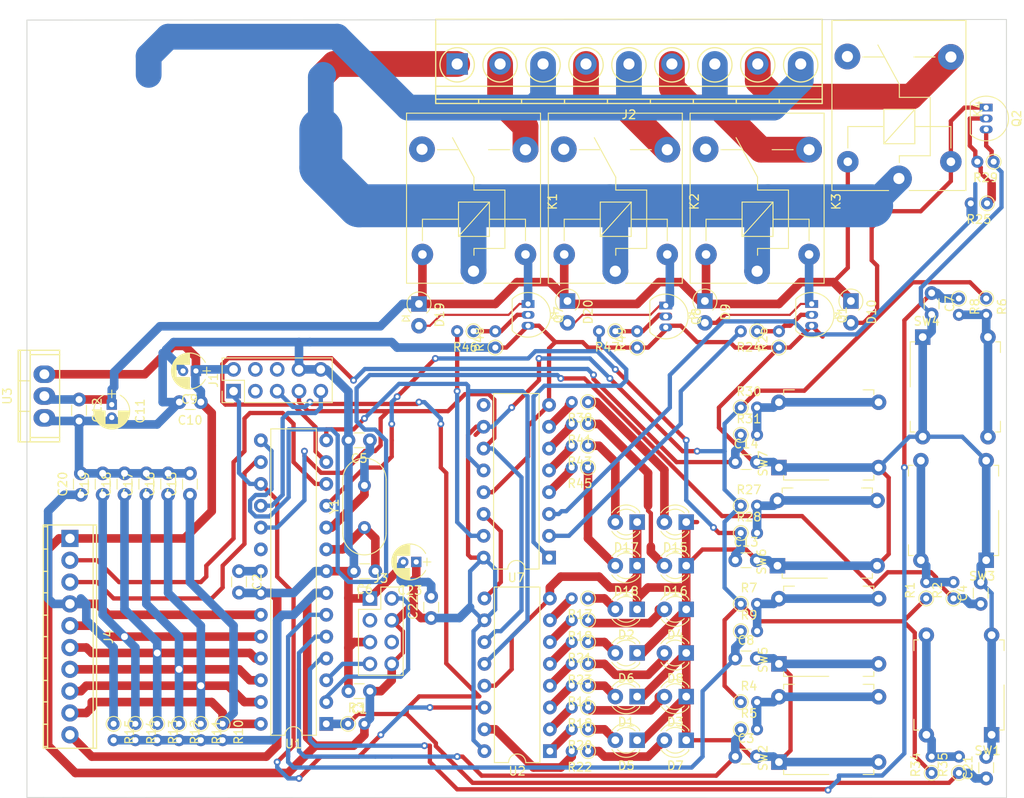
<source format=kicad_pcb>
(kicad_pcb (version 20171130) (host pcbnew "(5.1.7)-1")
  (layers (0 F.Cu signal) (31 B.Cu signal) (34 B.Paste user) (35 F.Paste user) (36 B.SilkS user) (37 F.SilkS user) (38 B.Mask user) (39 F.Mask user) (44 Edge.Cuts user))
  (net 0 "")
  (net 1 GND)
  (net 2 +3V3)
  (net 3 "Net-(C2-Pad1)")
  (net 4 "Net-(C5-Pad1)")
  (net 5 "Net-(C6-Pad1)")
  (net 6 +5V)
  (net 7 "Net-(C15-Pad1)")
  (net 8 "Net-(C16-Pad1)")
  (net 9 "Net-(C17-Pad1)")
  (net 10 "Net-(C18-Pad1)")
  (net 11 "Net-(C19-Pad1)")
  (net 12 "Net-(C20-Pad1)")
  (net 13 /RST)
  (net 14 "Net-(D1-Pad2)")
  (net 15 "Net-(D2-Pad2)")
  (net 16 "Net-(D3-Pad2)")
  (net 17 "Net-(D4-Pad2)")
  (net 18 "Net-(D5-Pad2)")
  (net 19 "Net-(D6-Pad2)")
  (net 20 "Net-(D7-Pad2)")
  (net 21 "Net-(D8-Pad2)")
  (net 22 "Net-(D9-Pad2)")
  (net 23 "Net-(D10-Pad2)")
  (net 24 "Net-(D15-Pad2)")
  (net 25 "Net-(D16-Pad2)")
  (net 26 "Net-(D17-Pad2)")
  (net 27 "Net-(D18-Pad2)")
  (net 28 "Net-(D19-Pad2)")
  (net 29 "Net-(D20-Pad2)")
  (net 30 /Line)
  (net 31 /Neutral)
  (net 32 /TX)
  (net 33 "Net-(J3-Pad6)")
  (net 34 "Net-(J3-Pad3)")
  (net 35 /RX)
  (net 36 "Net-(R1-Pad2)")
  (net 37 "Net-(R4-Pad2)")
  (net 38 "Net-(R6-Pad2)")
  (net 39 "Net-(R7-Pad2)")
  (net 40 "Net-(R16-Pad2)")
  (net 41 "Net-(R17-Pad2)")
  (net 42 "Net-(R18-Pad2)")
  (net 43 "Net-(R19-Pad2)")
  (net 44 "Net-(R20-Pad2)")
  (net 45 "Net-(R21-Pad2)")
  (net 46 "Net-(R22-Pad2)")
  (net 47 "Net-(R23-Pad2)")
  (net 48 "Net-(Q1-Pad2)")
  (net 49 "Net-(Q2-Pad2)")
  (net 50 "Net-(R34-Pad2)")
  (net 51 "Net-(R38-Pad2)")
  (net 52 "Net-(R41-Pad2)")
  (net 53 "Net-(R43-Pad2)")
  (net 54 "Net-(R45-Pad2)")
  (net 55 "Net-(Q7-Pad2)")
  (net 56 "Net-(Q8-Pad2)")
  (net 57 "Net-(U2-Pad9)")
  (net 58 /SCK)
  (net 59 /~SS~)
  (net 60 /MOSI)
  (net 61 "Net-(U7-Pad9)")
  (net 62 /MISO)
  (net 63 /sw1)
  (net 64 /sw2)
  (net 65 /sw3)
  (net 66 /sw4)
  (net 67 "Net-(K1-Pad4)")
  (net 68 "Net-(K2-Pad4)")
  (net 69 "Net-(K3-Pad4)")
  (net 70 "Net-(K4-Pad4)")
  (net 71 /button3)
  (net 72 /button1)
  (net 73 /button2)
  (net 74 /button4)
  (net 75 /button5)
  (net 76 /button6)
  (net 77 /swin3)
  (net 78 /swin4)
  (net 79 "Net-(R27-Pad2)")
  (net 80 "Net-(R30-Pad2)")
  (net 81 /swin1)
  (net 82 /swin2)
  (net 83 "Net-(J1-Pad3)")
  (net 84 "Net-(J1-Pad4)")
  (net 85 "Net-(J1-Pad6)")
  (net 86 "Net-(J4-Pad3)")
  (net 87 "Net-(J4-Pad2)")
  (net 88 "Net-(U1-Pad20)")
  (module Power_Integrations:TO-220 (layer F.Cu) (at 49.092 64.068 90)
    (fp_text reference U3 (at 0 -4.318 90) (layer F.SilkS))
    (fp_text value LM1117-3.3)
    (pad 2 thru_hole oval (at 0 0 90) (size 2.032 2.54) (drill 1.143) (layers *.Cu *.Mask) (net 6 +5V))
    (pad 3 thru_hole oval (at 2.54 0 90) (size 2.032 2.54) (drill 1.143) (layers *.Cu *.Mask) (net 2 +3V3))
    (pad 1 thru_hole oval (at -2.54 0 90) (size 2.032 2.54) (drill 1.143) (layers *.Cu *.Mask) (net 1 GND))
  )
  (module Connector_PinHeader_2.54mm:PinHeader_2x05_P2.54mm_Vertical (layer F.Cu) (at 71.12 63.5 90)
    (fp_text reference J1 (at 1.27 -2.33 90) (layer F.SilkS))
    (fp_text value Conn_02x05_Odd_Even)
    (pad 10 thru_hole oval (at 2.54 10.16 90) (size 1.7 1.7) (drill 1) (layers *.Cu *.Mask) (net 1 GND))
    (pad 9 thru_hole oval (at 0 10.16 90) (size 1.7 1.7) (drill 1) (layers *.Cu *.Mask) (net 62 /MISO))
    (pad 8 thru_hole oval (at 2.54 7.62 90) (size 1.7 1.7) (drill 1) (layers *.Cu *.Mask) (net 1 GND))
    (pad 7 thru_hole oval (at 0 7.62 90) (size 1.7 1.7) (drill 1) (layers *.Cu *.Mask) (net 58 /SCK))
    (pad 6 thru_hole oval (at 2.54 5.08 90) (size 1.7 1.7) (drill 1) (layers *.Cu *.Mask) (net 85 "Net-(J1-Pad6)"))
    (pad 5 thru_hole oval (at 0 5.08 90) (size 1.7 1.7) (drill 1) (layers *.Cu *.Mask) (net 13 /RST))
    (pad 4 thru_hole oval (at 2.54 2.54 90) (size 1.7 1.7) (drill 1) (layers *.Cu *.Mask) (net 84 "Net-(J1-Pad4)"))
    (pad 3 thru_hole oval (at 0 2.54 90) (size 1.7 1.7) (drill 1) (layers *.Cu *.Mask) (net 83 "Net-(J1-Pad3)"))
    (pad 2 thru_hole oval (at 2.54 0 90) (size 1.7 1.7) (drill 1) (layers *.Cu *.Mask) (net 2 +3V3))
    (pad 1 thru_hole rect (at 0 0 90) (size 1.7 1.7) (drill 1) (layers *.Cu *.Mask) (net 60 /MOSI))
  )
  (module Housings_DIP:DIP-28_W7.62mm (layer F.Cu) (at 81.915 102.235 180)
    (fp_text reference U1 (at 3.81 -2.33) (layer F.SilkS))
    (fp_text value ATmega88-20PU)
    (pad 28 thru_hole oval (at 7.62 0 180) (size 1.6 1.6) (drill 0.8) (layers *.Cu *.Mask) (net 7 "Net-(C15-Pad1)"))
    (pad 14 thru_hole oval (at 0 33.02 180) (size 1.6 1.6) (drill 0.8) (layers *.Cu *.Mask) (net 59 /~SS~))
    (pad 27 thru_hole oval (at 7.62 2.54 180) (size 1.6 1.6) (drill 0.8) (layers *.Cu *.Mask) (net 8 "Net-(C16-Pad1)"))
    (pad 13 thru_hole oval (at 0 30.48 180) (size 1.6 1.6) (drill 0.8) (layers *.Cu *.Mask) (net 76 /button6))
    (pad 26 thru_hole oval (at 7.62 5.08 180) (size 1.6 1.6) (drill 0.8) (layers *.Cu *.Mask) (net 9 "Net-(C17-Pad1)"))
    (pad 12 thru_hole oval (at 0 27.94 180) (size 1.6 1.6) (drill 0.8) (layers *.Cu *.Mask) (net 87 "Net-(J4-Pad2)"))
    (pad 25 thru_hole oval (at 7.62 7.62 180) (size 1.6 1.6) (drill 0.8) (layers *.Cu *.Mask) (net 10 "Net-(C18-Pad1)"))
    (pad 11 thru_hole oval (at 0 25.4 180) (size 1.6 1.6) (drill 0.8) (layers *.Cu *.Mask) (net 75 /button5))
    (pad 24 thru_hole oval (at 7.62 10.16 180) (size 1.6 1.6) (drill 0.8) (layers *.Cu *.Mask) (net 11 "Net-(C19-Pad1)"))
    (pad 10 thru_hole oval (at 0 22.86 180) (size 1.6 1.6) (drill 0.8) (layers *.Cu *.Mask) (net 4 "Net-(C5-Pad1)"))
    (pad 23 thru_hole oval (at 7.62 12.7 180) (size 1.6 1.6) (drill 0.8) (layers *.Cu *.Mask) (net 12 "Net-(C20-Pad1)"))
    (pad 9 thru_hole oval (at 0 20.32 180) (size 1.6 1.6) (drill 0.8) (layers *.Cu *.Mask) (net 5 "Net-(C6-Pad1)"))
    (pad 22 thru_hole oval (at 7.62 15.24 180) (size 1.6 1.6) (drill 0.8) (layers *.Cu *.Mask) (net 1 GND))
    (pad 8 thru_hole oval (at 0 17.78 180) (size 1.6 1.6) (drill 0.8) (layers *.Cu *.Mask) (net 1 GND))
    (pad 21 thru_hole oval (at 7.62 17.78 180) (size 1.6 1.6) (drill 0.8) (layers *.Cu *.Mask) (net 3 "Net-(C2-Pad1)"))
    (pad 7 thru_hole oval (at 0 15.24 180) (size 1.6 1.6) (drill 0.8) (layers *.Cu *.Mask) (net 2 +3V3))
    (pad 20 thru_hole oval (at 7.62 20.32 180) (size 1.6 1.6) (drill 0.8) (layers *.Cu *.Mask) (net 88 "Net-(U1-Pad20)"))
    (pad 6 thru_hole oval (at 0 12.7 180) (size 1.6 1.6) (drill 0.8) (layers *.Cu *.Mask) (net 74 /button4))
    (pad 19 thru_hole oval (at 7.62 22.86 180) (size 1.6 1.6) (drill 0.8) (layers *.Cu *.Mask) (net 58 /SCK))
    (pad 5 thru_hole oval (at 0 10.16 180) (size 1.6 1.6) (drill 0.8) (layers *.Cu *.Mask) (net 71 /button3))
    (pad 18 thru_hole oval (at 7.62 25.4 180) (size 1.6 1.6) (drill 0.8) (layers *.Cu *.Mask) (net 62 /MISO))
    (pad 4 thru_hole oval (at 0 7.62 180) (size 1.6 1.6) (drill 0.8) (layers *.Cu *.Mask) (net 73 /button2))
    (pad 17 thru_hole oval (at 7.62 27.94 180) (size 1.6 1.6) (drill 0.8) (layers *.Cu *.Mask) (net 60 /MOSI))
    (pad 3 thru_hole oval (at 0 5.08 180) (size 1.6 1.6) (drill 0.8) (layers *.Cu *.Mask) (net 32 /TX))
    (pad 16 thru_hole oval (at 7.62 30.48 180) (size 1.6 1.6) (drill 0.8) (layers *.Cu *.Mask) (net 86 "Net-(J4-Pad3)"))
    (pad 2 thru_hole oval (at 0 2.54 180) (size 1.6 1.6) (drill 0.8) (layers *.Cu *.Mask) (net 35 /RX))
    (pad 15 thru_hole oval (at 7.62 33.02 180) (size 1.6 1.6) (drill 0.8) (layers *.Cu *.Mask) (net 72 /button1))
    (pad 1 thru_hole rect (at 0 0 180) (size 1.6 1.6) (drill 0.8) (layers *.Cu *.Mask) (net 13 /RST))
  )
  (module Buttons_Switches_THT:SW_MEC_5GTH9 (layer F.Cu) (at 151.36 57.2)
    (fp_text reference SW4 (at 0.475 -1.85 180) (layer F.SilkS))
    (fp_text value SW_MEC_5E)
    (pad 3 thru_hole circle (at 7.6 0 90) (size 1.8 1.8) (drill 0.9) (layers *.Cu *.Mask) (net 38 "Net-(R6-Pad2)"))
    (pad 4 thru_hole circle (at 7.6 11.6 90) (size 1.8 1.8) (drill 0.9) (layers *.Cu *.Mask) (net 38 "Net-(R6-Pad2)"))
    (pad 1 thru_hole rect (at 0 0 90) (size 1.8 1.8) (drill 0.9) (layers *.Cu *.Mask) (net 1 GND))
    (pad 2 thru_hole circle (at 0 11.6 90) (size 1.8 1.8) (drill 0.9) (layers *.Cu *.Mask) (net 1 GND))
  )
  (module Resistors_THT:R_Axial_DIN0204_L3.6mm_D1.6mm_P1.90mm_Vertical (layer F.Cu) (at 155.575 52.705 270)
    (fp_text reference R8 (at 0.95 -1.86 90) (layer F.SilkS))
    (fp_text value 10k)
    (pad 1 thru_hole circle (at 0 0 270) (size 1.4 1.4) (drill 0.7) (layers *.Cu *.Mask) (net 73 /button2))
    (pad 2 thru_hole oval (at 1.9 0 270) (size 1.4 1.4) (drill 0.7) (layers *.Cu *.Mask) (net 38 "Net-(R6-Pad2)"))
  )
  (module Resistors_THT:R_Axial_DIN0204_L3.6mm_D1.6mm_P1.90mm_Vertical (layer F.Cu) (at 158.75 52.705 270)
    (fp_text reference R6 (at 0.95 -1.86 90) (layer F.SilkS))
    (fp_text value 10k)
    (pad 1 thru_hole circle (at 0 0 270) (size 1.4 1.4) (drill 0.7) (layers *.Cu *.Mask) (net 2 +3V3))
    (pad 2 thru_hole oval (at 1.9 0 270) (size 1.4 1.4) (drill 0.7) (layers *.Cu *.Mask) (net 38 "Net-(R6-Pad2)"))
  )
  (module Capacitors_THT:C_Disc_D3.0mm_W1.6mm_P2.50mm (layer F.Cu) (at 152.4 52.07 270)
    (fp_text reference C7 (at 1.25 -2.11 90) (layer F.SilkS))
    (fp_text value 10u)
    (pad 1 thru_hole circle (at 0 0 270) (size 1.6 1.6) (drill 0.8) (layers *.Cu *.Mask) (net 73 /button2))
    (pad 2 thru_hole circle (at 2.5 0 270) (size 1.6 1.6) (drill 0.8) (layers *.Cu *.Mask) (net 1 GND))
  )
  (module TO_SOT_Packages_THT:TO-92_Inline_Narrow_Oval (layer F.Cu) (at 158.75 30.48 270)
    (fp_text reference Q2 (at 1.27 -3.56 90) (layer F.SilkS))
    (fp_text value BC237)
    (pad 1 thru_hole rect (at 0 0 90) (size 0.9 1.5) (drill 0.6) (layers *.Cu *.Mask) (net 23 "Net-(D10-Pad2)"))
    (pad 3 thru_hole oval (at 2.54 0 90) (size 0.9 1.5) (drill 0.6) (layers *.Cu *.Mask) (net 1 GND))
    (pad 2 thru_hole oval (at 1.27 0 90) (size 0.9 1.5) (drill 0.6) (layers *.Cu *.Mask) (net 49 "Net-(Q2-Pad2)"))
  )
  (module Resistors_THT:R_Axial_DIN0204_L3.6mm_D1.6mm_P1.90mm_Vertical (layer F.Cu) (at 112.395 67.31 180)
    (fp_text reference R41 (at 0.95 -1.86) (layer F.SilkS))
    (fp_text value 220)
    (pad 2 thru_hole oval (at 1.9 0 180) (size 1.4 1.4) (drill 0.7) (layers *.Cu *.Mask) (net 52 "Net-(R41-Pad2)"))
    (pad 1 thru_hole circle (at 0 0 180) (size 1.4 1.4) (drill 0.7) (layers *.Cu *.Mask) (net 25 "Net-(D16-Pad2)"))
  )
  (module Resistors_THT:R_Axial_DIN0204_L3.6mm_D1.6mm_P1.90mm_Vertical (layer F.Cu) (at 112.395 64.77 180)
    (fp_text reference R38 (at 0.95 -1.86) (layer F.SilkS))
    (fp_text value 220)
    (pad 1 thru_hole circle (at 0 0 180) (size 1.4 1.4) (drill 0.7) (layers *.Cu *.Mask) (net 24 "Net-(D15-Pad2)"))
    (pad 2 thru_hole oval (at 1.9 0 180) (size 1.4 1.4) (drill 0.7) (layers *.Cu *.Mask) (net 51 "Net-(R38-Pad2)"))
  )
  (module Resistors_THT:R_Axial_DIN0204_L3.6mm_D1.6mm_P1.90mm_Vertical (layer F.Cu) (at 112.39 69.85 180)
    (fp_text reference R43 (at 0.95 -1.86) (layer F.SilkS))
    (fp_text value 220)
    (pad 1 thru_hole circle (at 0 0 180) (size 1.4 1.4) (drill 0.7) (layers *.Cu *.Mask) (net 26 "Net-(D17-Pad2)"))
    (pad 2 thru_hole oval (at 1.9 0 180) (size 1.4 1.4) (drill 0.7) (layers *.Cu *.Mask) (net 53 "Net-(R43-Pad2)"))
  )
  (module Resistors_THT:R_Axial_DIN0204_L3.6mm_D1.6mm_P1.90mm_Vertical (layer F.Cu) (at 112.39 72.39 180)
    (fp_text reference R45 (at 0.95 -1.86) (layer F.SilkS))
    (fp_text value 220)
    (pad 2 thru_hole oval (at 1.9 0 180) (size 1.4 1.4) (drill 0.7) (layers *.Cu *.Mask) (net 54 "Net-(R45-Pad2)"))
    (pad 1 thru_hole circle (at 0 0 180) (size 1.4 1.4) (drill 0.7) (layers *.Cu *.Mask) (net 27 "Net-(D18-Pad2)"))
  )
  (module Capacitors_THT:C_Disc_D3.0mm_W1.6mm_P2.50mm (layer F.Cu) (at 63.5 75.565 90)
    (fp_text reference C16 (at 1.25 -2.11 90) (layer F.SilkS))
    (fp_text value 100n)
    (pad 1 thru_hole circle (at 0 0 90) (size 1.6 1.6) (drill 0.8) (layers *.Cu *.Mask) (net 8 "Net-(C16-Pad1)"))
    (pad 2 thru_hole circle (at 2.5 0 90) (size 1.6 1.6) (drill 0.8) (layers *.Cu *.Mask) (net 1 GND))
  )
  (module TerminalBlocks_Phoenix:TerminalBlock_Phoenix_MPT-2.54mm_10pol (layer F.Cu) (at 52.07 80.645 270)
    (fp_text reference J4 (at 11.43 -4.50088 90) (layer F.SilkS))
    (fp_text value Screw_Terminal_01x10)
    (pad 10 thru_hole oval (at 22.86 0 90) (size 1.99898 1.99898) (drill 1.09728) (layers *.Cu *.Mask) (net 1 GND))
    (pad 9 thru_hole oval (at 20.32 0 90) (size 1.99898 1.99898) (drill 1.09728) (layers *.Cu *.Mask) (net 7 "Net-(C15-Pad1)"))
    (pad 8 thru_hole oval (at 17.78 0 90) (size 1.99898 1.99898) (drill 1.09728) (layers *.Cu *.Mask) (net 8 "Net-(C16-Pad1)"))
    (pad 7 thru_hole oval (at 15.24 0 90) (size 1.99898 1.99898) (drill 1.09728) (layers *.Cu *.Mask) (net 9 "Net-(C17-Pad1)"))
    (pad 6 thru_hole oval (at 12.7 0 90) (size 1.99898 1.99898) (drill 1.09728) (layers *.Cu *.Mask) (net 10 "Net-(C18-Pad1)"))
    (pad 5 thru_hole oval (at 10.16 0 90) (size 1.99898 1.99898) (drill 1.09728) (layers *.Cu *.Mask) (net 11 "Net-(C19-Pad1)"))
    (pad 3 thru_hole oval (at 5.08 0 90) (size 1.99898 1.99898) (drill 1.09728) (layers *.Cu *.Mask) (net 86 "Net-(J4-Pad3)"))
    (pad 2 thru_hole oval (at 2.54 0 90) (size 1.99898 1.99898) (drill 1.09728) (layers *.Cu *.Mask) (net 87 "Net-(J4-Pad2)"))
    (pad 1 thru_hole rect (at 0 0 90) (size 1.99898 1.99898) (drill 1.09728) (layers *.Cu *.Mask) (net 2 +3V3))
    (pad 4 thru_hole oval (at 7.62 0 90) (size 1.99898 1.99898) (drill 1.09728) (layers *.Cu *.Mask) (net 12 "Net-(C20-Pad1)"))
  )
  (module Capacitors_THT:CP_Radial_D4.0mm_P1.50mm (layer F.Cu) (at 66.74 61.14 180)
    (fp_text reference C9 (at 0.75 -3.31) (layer F.SilkS))
    (fp_text value 22u)
    (pad 2 thru_hole circle (at 1.5 0 180) (size 1.2 1.2) (drill 0.6) (layers *.Cu *.Mask) (net 1 GND))
    (pad 1 thru_hole rect (at 0 0 180) (size 1.2 1.2) (drill 0.6) (layers *.Cu *.Mask) (net 2 +3V3))
  )
  (module Capacitors_THT:CP_Radial_D4.0mm_P1.50mm (layer F.Cu) (at 56.938 65.062 270)
    (fp_text reference C11 (at 0.75 -3.31 90) (layer F.SilkS))
    (fp_text value 22u)
    (pad 1 thru_hole rect (at 0 0 270) (size 1.2 1.2) (drill 0.6) (layers *.Cu *.Mask) (net 6 +5V))
    (pad 2 thru_hole circle (at 1.5 0 270) (size 1.2 1.2) (drill 0.6) (layers *.Cu *.Mask) (net 1 GND))
  )
  (module Capacitors_THT:CP_Radial_D4.0mm_P1.50mm (layer F.Cu) (at 92.39 83.38 180)
    (fp_text reference C23 (at 0.75 -3.31) (layer F.SilkS))
    (fp_text value 22u)
    (pad 2 thru_hole circle (at 1.5 0 180) (size 1.2 1.2) (drill 0.6) (layers *.Cu *.Mask) (net 1 GND))
    (pad 1 thru_hole rect (at 0 0 180) (size 1.2 1.2) (drill 0.6) (layers *.Cu *.Mask) (net 2 +3V3))
  )
  (module LEDs:LED_D3.0mm (layer F.Cu) (at 118.11 99.06 180)
    (fp_text reference D1 (at 1.27 -2.96) (layer F.SilkS))
    (fp_text value LED)
    (pad 1 thru_hole rect (at 0 0 180) (size 1.8 1.8) (drill 0.9) (layers *.Cu *.Mask) (net 1 GND))
    (pad 2 thru_hole circle (at 2.54 0 180) (size 1.8 1.8) (drill 0.9) (layers *.Cu *.Mask) (net 14 "Net-(D1-Pad2)"))
  )
  (module LEDs:LED_D3.0mm (layer F.Cu) (at 118.11 88.9 180)
    (fp_text reference D2 (at 1.27 -2.96) (layer F.SilkS))
    (fp_text value LED)
    (pad 1 thru_hole rect (at 0 0 180) (size 1.8 1.8) (drill 0.9) (layers *.Cu *.Mask) (net 1 GND))
    (pad 2 thru_hole circle (at 2.54 0 180) (size 1.8 1.8) (drill 0.9) (layers *.Cu *.Mask) (net 15 "Net-(D2-Pad2)"))
  )
  (module LEDs:LED_D3.0mm (layer F.Cu) (at 123.825 99.06 180)
    (fp_text reference D3 (at 1.27 -2.96) (layer F.SilkS))
    (fp_text value LED)
    (pad 2 thru_hole circle (at 2.54 0 180) (size 1.8 1.8) (drill 0.9) (layers *.Cu *.Mask) (net 16 "Net-(D3-Pad2)"))
    (pad 1 thru_hole rect (at 0 0 180) (size 1.8 1.8) (drill 0.9) (layers *.Cu *.Mask) (net 1 GND))
  )
  (module LEDs:LED_D3.0mm (layer F.Cu) (at 123.825 88.9 180)
    (fp_text reference D4 (at 1.27 -2.96) (layer F.SilkS))
    (fp_text value LED)
    (pad 2 thru_hole circle (at 2.54 0 180) (size 1.8 1.8) (drill 0.9) (layers *.Cu *.Mask) (net 17 "Net-(D4-Pad2)"))
    (pad 1 thru_hole rect (at 0 0 180) (size 1.8 1.8) (drill 0.9) (layers *.Cu *.Mask) (net 1 GND))
  )
  (module LEDs:LED_D3.0mm (layer F.Cu) (at 118.11 104.14 180)
    (fp_text reference D5 (at 1.27 -2.96) (layer F.SilkS))
    (fp_text value LED)
    (pad 1 thru_hole rect (at 0 0 180) (size 1.8 1.8) (drill 0.9) (layers *.Cu *.Mask) (net 1 GND))
    (pad 2 thru_hole circle (at 2.54 0 180) (size 1.8 1.8) (drill 0.9) (layers *.Cu *.Mask) (net 18 "Net-(D5-Pad2)"))
  )
  (module LEDs:LED_D3.0mm (layer F.Cu) (at 118.11 93.98 180)
    (fp_text reference D6 (at 1.27 -2.96) (layer F.SilkS))
    (fp_text value LED)
    (pad 1 thru_hole rect (at 0 0 180) (size 1.8 1.8) (drill 0.9) (layers *.Cu *.Mask) (net 1 GND))
    (pad 2 thru_hole circle (at 2.54 0 180) (size 1.8 1.8) (drill 0.9) (layers *.Cu *.Mask) (net 19 "Net-(D6-Pad2)"))
  )
  (module LEDs:LED_D3.0mm (layer F.Cu) (at 123.825 104.14 180)
    (fp_text reference D7 (at 1.27 -2.96) (layer F.SilkS))
    (fp_text value LED)
    (pad 2 thru_hole circle (at 2.54 0 180) (size 1.8 1.8) (drill 0.9) (layers *.Cu *.Mask) (net 20 "Net-(D7-Pad2)"))
    (pad 1 thru_hole rect (at 0 0 180) (size 1.8 1.8) (drill 0.9) (layers *.Cu *.Mask) (net 1 GND))
  )
  (module LEDs:LED_D3.0mm (layer F.Cu) (at 123.825 93.98 180)
    (fp_text reference D8 (at 1.27 -2.96) (layer F.SilkS))
    (fp_text value LED)
    (pad 2 thru_hole circle (at 2.54 0 180) (size 1.8 1.8) (drill 0.9) (layers *.Cu *.Mask) (net 21 "Net-(D8-Pad2)"))
    (pad 1 thru_hole rect (at 0 0 180) (size 1.8 1.8) (drill 0.9) (layers *.Cu *.Mask) (net 1 GND))
  )
  (module Diodes_THT:D_A-405_P2.54mm_Vertical_AnodeUp (layer F.Cu) (at 126 53 270)
    (fp_text reference D9 (at 1.27 -2.41 90) (layer F.SilkS))
    (fp_text value D)
    (pad 2 thru_hole oval (at 2.54 0 270) (size 1.8 1.8) (drill 0.9) (layers *.Cu *.Mask) (net 22 "Net-(D9-Pad2)"))
    (pad 1 thru_hole rect (at 0 0 270) (size 1.8 1.8) (drill 0.9) (layers *.Cu *.Mask) (net 6 +5V))
  )
  (module Diodes_THT:D_A-405_P2.54mm_Vertical_AnodeUp (layer F.Cu) (at 143 53 270)
    (fp_text reference D10 (at 1.27 -2.41 90) (layer F.SilkS))
    (fp_text value D)
    (pad 1 thru_hole rect (at 0 0 270) (size 1.8 1.8) (drill 0.9) (layers *.Cu *.Mask) (net 6 +5V))
    (pad 2 thru_hole oval (at 2.54 0 270) (size 1.8 1.8) (drill 0.9) (layers *.Cu *.Mask) (net 23 "Net-(D10-Pad2)"))
  )
  (module LEDs:LED_D3.0mm (layer F.Cu) (at 123.825 78.74 180)
    (fp_text reference D15 (at 1.27 -2.96) (layer F.SilkS))
    (fp_text value LED)
    (pad 2 thru_hole circle (at 2.54 0 180) (size 1.8 1.8) (drill 0.9) (layers *.Cu *.Mask) (net 24 "Net-(D15-Pad2)"))
    (pad 1 thru_hole rect (at 0 0 180) (size 1.8 1.8) (drill 0.9) (layers *.Cu *.Mask) (net 1 GND))
  )
  (module LEDs:LED_D3.0mm (layer F.Cu) (at 123.825 83.82 180)
    (fp_text reference D16 (at 1.27 -2.96) (layer F.SilkS))
    (fp_text value LED)
    (pad 1 thru_hole rect (at 0 0 180) (size 1.8 1.8) (drill 0.9) (layers *.Cu *.Mask) (net 1 GND))
    (pad 2 thru_hole circle (at 2.54 0 180) (size 1.8 1.8) (drill 0.9) (layers *.Cu *.Mask) (net 25 "Net-(D16-Pad2)"))
  )
  (module LEDs:LED_D3.0mm (layer F.Cu) (at 118.11 78.74 180)
    (fp_text reference D17 (at 1.27 -2.96) (layer F.SilkS))
    (fp_text value LED)
    (pad 2 thru_hole circle (at 2.54 0 180) (size 1.8 1.8) (drill 0.9) (layers *.Cu *.Mask) (net 26 "Net-(D17-Pad2)"))
    (pad 1 thru_hole rect (at 0 0 180) (size 1.8 1.8) (drill 0.9) (layers *.Cu *.Mask) (net 1 GND))
  )
  (module LEDs:LED_D3.0mm (layer F.Cu) (at 118.11 83.82 180)
    (fp_text reference D18 (at 1.27 -2.96) (layer F.SilkS))
    (fp_text value LED)
    (pad 1 thru_hole rect (at 0 0 180) (size 1.8 1.8) (drill 0.9) (layers *.Cu *.Mask) (net 1 GND))
    (pad 2 thru_hole circle (at 2.54 0 180) (size 1.8 1.8) (drill 0.9) (layers *.Cu *.Mask) (net 27 "Net-(D18-Pad2)"))
  )
  (module Diodes_THT:D_A-405_P2.54mm_Vertical_AnodeUp (layer F.Cu) (at 92.71 53.34 270)
    (fp_text reference D19 (at 1.27 -2.41 90) (layer F.SilkS))
    (fp_text value D)
    (pad 1 thru_hole rect (at 0 0 270) (size 1.8 1.8) (drill 0.9) (layers *.Cu *.Mask) (net 6 +5V))
    (pad 2 thru_hole oval (at 2.54 0 270) (size 1.8 1.8) (drill 0.9) (layers *.Cu *.Mask) (net 28 "Net-(D19-Pad2)"))
  )
  (module Diodes_THT:D_A-405_P2.54mm_Vertical_AnodeUp (layer F.Cu) (at 110 53 270)
    (fp_text reference D20 (at 1.27 -2.41 90) (layer F.SilkS))
    (fp_text value D)
    (pad 2 thru_hole oval (at 2.54 0 270) (size 1.8 1.8) (drill 0.9) (layers *.Cu *.Mask) (net 29 "Net-(D20-Pad2)"))
    (pad 1 thru_hole rect (at 0 0 270) (size 1.8 1.8) (drill 0.9) (layers *.Cu *.Mask) (net 6 +5V))
  )
  (module TerminalBlocks_Phoenix:TerminalBlock_Phoenix_MKDS1.5-9pol (layer F.Cu) (at 97.155 25.4)
    (fp_text reference J2 (at 20 5.9) (layer F.SilkS))
    (fp_text value Screw_Terminal_01x09)
    (pad 2 thru_hole circle (at 5 0) (size 2.5 2.5) (drill 1.3) (layers *.Cu *.Mask) (net 63 /sw1))
    (pad 1 thru_hole rect (at 0 0) (size 2.5 2.5) (drill 1.3) (layers *.Cu *.Mask) (net 30 /Line))
    (pad 3 thru_hole circle (at 10 0) (size 2.5 2.5) (drill 1.3) (layers *.Cu *.Mask) (net 31 /Neutral))
    (pad 4 thru_hole circle (at 15 0) (size 2.5 2.5) (drill 1.3) (layers *.Cu *.Mask) (net 64 /sw2))
    (pad 5 thru_hole circle (at 20 0) (size 2.5 2.5) (drill 1.3) (layers *.Cu *.Mask) (net 31 /Neutral))
    (pad 6 thru_hole circle (at 25 0) (size 2.5 2.5) (drill 1.3) (layers *.Cu *.Mask) (net 65 /sw3))
    (pad 7 thru_hole circle (at 30 0) (size 2.5 2.5) (drill 1.3) (layers *.Cu *.Mask) (net 31 /Neutral))
    (pad 8 thru_hole circle (at 35 0) (size 2.5 2.5) (drill 1.3) (layers *.Cu *.Mask) (net 66 /sw4))
    (pad 9 thru_hole circle (at 40 0) (size 2.5 2.5) (drill 1.3) (layers *.Cu *.Mask) (net 31 /Neutral))
  )
  (module Connector_PinHeader_2.54mm:PinHeader_2x04_P2.54mm_Vertical (layer F.Cu) (at 86.995 87.63)
    (fp_text reference J3 (at 1.27 -2.33) (layer F.SilkS))
    (fp_text value Conn_02x04_Odd_Even)
    (pad 1 thru_hole rect (at 0 0) (size 1.7 1.7) (drill 1) (layers *.Cu *.Mask) (net 1 GND))
    (pad 2 thru_hole oval (at 2.54 0) (size 1.7 1.7) (drill 1) (layers *.Cu *.Mask) (net 35 /RX))
    (pad 3 thru_hole oval (at 0 2.54) (size 1.7 1.7) (drill 1) (layers *.Cu *.Mask) (net 34 "Net-(J3-Pad3)"))
    (pad 4 thru_hole oval (at 2.54 2.54) (size 1.7 1.7) (drill 1) (layers *.Cu *.Mask) (net 2 +3V3))
    (pad 5 thru_hole oval (at 0 5.08) (size 1.7 1.7) (drill 1) (layers *.Cu *.Mask) (net 1 GND))
    (pad 6 thru_hole oval (at 2.54 5.08) (size 1.7 1.7) (drill 1) (layers *.Cu *.Mask) (net 33 "Net-(J3-Pad6)"))
    (pad 7 thru_hole oval (at 0 7.62) (size 1.7 1.7) (drill 1) (layers *.Cu *.Mask) (net 32 /TX))
    (pad 8 thru_hole oval (at 2.54 7.62) (size 1.7 1.7) (drill 1) (layers *.Cu *.Mask) (net 2 +3V3))
  )
  (module Relays_THT:Relay_SPDT_SANYOU_SRD_Series_Form_C (layer F.Cu) (at 99.06 49.53 90)
    (fp_text reference K1 (at 8.1 9.2 90) (layer F.SilkS))
    (fp_text value SANYOU_SRD_Form_C)
    (pad 2 thru_hole circle (at 1.95 6.05 180) (size 2.5 2.5) (drill 1) (layers *.Cu *.Mask) (net 28 "Net-(D19-Pad2)"))
    (pad 3 thru_hole circle (at 14.15 6.05 180) (size 3 3) (drill 1.3) (layers *.Cu *.Mask) (net 63 /sw1))
    (pad 4 thru_hole circle (at 14.2 -6 180) (size 3 3) (drill 1.3) (layers *.Cu *.Mask) (net 67 "Net-(K1-Pad4)"))
    (pad 5 thru_hole circle (at 1.95 -5.95 180) (size 2.5 2.5) (drill 1) (layers *.Cu *.Mask) (net 6 +5V))
    (pad 1 thru_hole circle (at 0 0 180) (size 3 3) (drill 1.3) (layers *.Cu *.Mask) (net 30 /Line))
  )
  (module Relays_THT:Relay_SPDT_SANYOU_SRD_Series_Form_C (layer F.Cu) (at 115.57 49.53 90)
    (fp_text reference K2 (at 8.1 9.2 90) (layer F.SilkS))
    (fp_text value SANYOU_SRD_Form_C)
    (pad 1 thru_hole circle (at 0 0 180) (size 3 3) (drill 1.3) (layers *.Cu *.Mask) (net 30 /Line))
    (pad 5 thru_hole circle (at 1.95 -5.95 180) (size 2.5 2.5) (drill 1) (layers *.Cu *.Mask) (net 6 +5V))
    (pad 4 thru_hole circle (at 14.2 -6 180) (size 3 3) (drill 1.3) (layers *.Cu *.Mask) (net 68 "Net-(K2-Pad4)"))
    (pad 3 thru_hole circle (at 14.15 6.05 180) (size 3 3) (drill 1.3) (layers *.Cu *.Mask) (net 64 /sw2))
    (pad 2 thru_hole circle (at 1.95 6.05 180) (size 2.5 2.5) (drill 1) (layers *.Cu *.Mask) (net 29 "Net-(D20-Pad2)"))
  )
  (module Relays_THT:Relay_SPDT_SANYOU_SRD_Series_Form_C (layer F.Cu) (at 132.08 49.53 90)
    (fp_text reference K3 (at 8.1 9.2 90) (layer F.SilkS))
    (fp_text value SANYOU_SRD_Form_C)
    (pad 2 thru_hole circle (at 1.95 6.05 180) (size 2.5 2.5) (drill 1) (layers *.Cu *.Mask) (net 22 "Net-(D9-Pad2)"))
    (pad 3 thru_hole circle (at 14.15 6.05 180) (size 3 3) (drill 1.3) (layers *.Cu *.Mask) (net 65 /sw3))
    (pad 4 thru_hole circle (at 14.2 -6 180) (size 3 3) (drill 1.3) (layers *.Cu *.Mask) (net 69 "Net-(K3-Pad4)"))
    (pad 5 thru_hole circle (at 1.95 -5.95 180) (size 2.5 2.5) (drill 1) (layers *.Cu *.Mask) (net 6 +5V))
    (pad 1 thru_hole circle (at 0 0 180) (size 3 3) (drill 1.3) (layers *.Cu *.Mask) (net 30 /Line))
  )
  (module Relays_THT:Relay_SPDT_SANYOU_SRD_Series_Form_C (layer F.Cu) (at 148.59 38.735 90)
    (fp_text reference K4 (at 8.1 9.2 90) (layer F.SilkS))
    (fp_text value SANYOU_SRD_Form_C)
    (pad 1 thru_hole circle (at 0 0 180) (size 3 3) (drill 1.3) (layers *.Cu *.Mask) (net 30 /Line))
    (pad 5 thru_hole circle (at 1.95 -5.95 180) (size 2.5 2.5) (drill 1) (layers *.Cu *.Mask) (net 6 +5V))
    (pad 4 thru_hole circle (at 14.2 -6 180) (size 3 3) (drill 1.3) (layers *.Cu *.Mask) (net 70 "Net-(K4-Pad4)"))
    (pad 3 thru_hole circle (at 14.15 6.05 180) (size 3 3) (drill 1.3) (layers *.Cu *.Mask) (net 66 /sw4))
    (pad 2 thru_hole circle (at 1.95 6.05 180) (size 2.5 2.5) (drill 1) (layers *.Cu *.Mask) (net 23 "Net-(D10-Pad2)"))
  )
  (module TO_SOT_Packages_THT:TO-92_Inline_Narrow_Oval (layer F.Cu) (at 138.43 53.34 270)
    (fp_text reference Q1 (at 1.27 -3.56 90) (layer F.SilkS))
    (fp_text value BC237)
    (pad 2 thru_hole oval (at 1.27 0 90) (size 0.9 1.5) (drill 0.6) (layers *.Cu *.Mask) (net 48 "Net-(Q1-Pad2)"))
    (pad 3 thru_hole oval (at 2.54 0 90) (size 0.9 1.5) (drill 0.6) (layers *.Cu *.Mask) (net 1 GND))
    (pad 1 thru_hole rect (at 0 0 90) (size 0.9 1.5) (drill 0.6) (layers *.Cu *.Mask) (net 22 "Net-(D9-Pad2)"))
  )
  (module TO_SOT_Packages_THT:TO-92_Inline_Narrow_Oval (layer F.Cu) (at 105.41 53.34 270)
    (fp_text reference Q7 (at 1.27 -3.56 90) (layer F.SilkS))
    (fp_text value BC237)
    (pad 1 thru_hole rect (at 0 0 90) (size 0.9 1.5) (drill 0.6) (layers *.Cu *.Mask) (net 28 "Net-(D19-Pad2)"))
    (pad 3 thru_hole oval (at 2.54 0 90) (size 0.9 1.5) (drill 0.6) (layers *.Cu *.Mask) (net 1 GND))
    (pad 2 thru_hole oval (at 1.27 0 90) (size 0.9 1.5) (drill 0.6) (layers *.Cu *.Mask) (net 55 "Net-(Q7-Pad2)"))
  )
  (module TO_SOT_Packages_THT:TO-92_Inline_Narrow_Oval (layer F.Cu) (at 121.44 53.53 270)
    (fp_text reference Q8 (at 1.27 -3.56 90) (layer F.SilkS))
    (fp_text value BC237)
    (pad 2 thru_hole oval (at 1.27 0 90) (size 0.9 1.5) (drill 0.6) (layers *.Cu *.Mask) (net 56 "Net-(Q8-Pad2)"))
    (pad 3 thru_hole oval (at 2.54 0 90) (size 0.9 1.5) (drill 0.6) (layers *.Cu *.Mask) (net 1 GND))
    (pad 1 thru_hole rect (at 0 0 90) (size 0.9 1.5) (drill 0.6) (layers *.Cu *.Mask) (net 29 "Net-(D20-Pad2)"))
  )
  (module Resistors_THT:R_Axial_DIN0204_L3.6mm_D1.6mm_P1.90mm_Vertical (layer F.Cu) (at 151.765 87.63 90)
    (fp_text reference R1 (at 0.95 -1.86 90) (layer F.SilkS))
    (fp_text value 10k)
    (pad 2 thru_hole oval (at 1.9 0 90) (size 1.4 1.4) (drill 0.7) (layers *.Cu *.Mask) (net 36 "Net-(R1-Pad2)"))
    (pad 1 thru_hole circle (at 0 0 90) (size 1.4 1.4) (drill 0.7) (layers *.Cu *.Mask) (net 2 +3V3))
  )
  (module Resistors_THT:R_Axial_DIN0204_L3.6mm_D1.6mm_P1.90mm_Vertical (layer F.Cu) (at 154.94 87.63 90)
    (fp_text reference R2 (at 0.95 -1.86 90) (layer F.SilkS))
    (fp_text value 10k)
    (pad 1 thru_hole circle (at 0 0 90) (size 1.4 1.4) (drill 0.7) (layers *.Cu *.Mask) (net 72 /button1))
    (pad 2 thru_hole oval (at 1.9 0 90) (size 1.4 1.4) (drill 0.7) (layers *.Cu *.Mask) (net 36 "Net-(R1-Pad2)"))
  )
  (module Resistors_THT:R_Axial_DIN0204_L3.6mm_D1.6mm_P1.90mm_Vertical (layer F.Cu) (at 84.455 102.235)
    (fp_text reference R3 (at 0.95 -1.86) (layer F.SilkS))
    (fp_text value 10k)
    (pad 1 thru_hole circle (at 0 0) (size 1.4 1.4) (drill 0.7) (layers *.Cu *.Mask) (net 13 /RST))
    (pad 2 thru_hole oval (at 1.9 0) (size 1.4 1.4) (drill 0.7) (layers *.Cu *.Mask) (net 2 +3V3))
  )
  (module Resistors_THT:R_Axial_DIN0204_L3.6mm_D1.6mm_P1.90mm_Vertical (layer F.Cu) (at 130.175 99.695)
    (fp_text reference R4 (at 0.95 -1.86) (layer F.SilkS))
    (fp_text value 10k)
    (pad 2 thru_hole oval (at 1.9 0) (size 1.4 1.4) (drill 0.7) (layers *.Cu *.Mask) (net 37 "Net-(R4-Pad2)"))
    (pad 1 thru_hole circle (at 0 0) (size 1.4 1.4) (drill 0.7) (layers *.Cu *.Mask) (net 2 +3V3))
  )
  (module Resistors_THT:R_Axial_DIN0204_L3.6mm_D1.6mm_P1.90mm_Vertical (layer F.Cu) (at 130.175 102.87)
    (fp_text reference R5 (at 0.95 -1.86) (layer F.SilkS))
    (fp_text value 10k)
    (pad 2 thru_hole oval (at 1.9 0) (size 1.4 1.4) (drill 0.7) (layers *.Cu *.Mask) (net 37 "Net-(R4-Pad2)"))
    (pad 1 thru_hole circle (at 0 0) (size 1.4 1.4) (drill 0.7) (layers *.Cu *.Mask) (net 71 /button3))
  )
  (module Resistors_THT:R_Axial_DIN0204_L3.6mm_D1.6mm_P1.90mm_Vertical (layer F.Cu) (at 130.175 88.265)
    (fp_text reference R7 (at 0.95 -1.86) (layer F.SilkS))
    (fp_text value 10k)
    (pad 1 thru_hole circle (at 0 0) (size 1.4 1.4) (drill 0.7) (layers *.Cu *.Mask) (net 2 +3V3))
    (pad 2 thru_hole oval (at 1.9 0) (size 1.4 1.4) (drill 0.7) (layers *.Cu *.Mask) (net 39 "Net-(R7-Pad2)"))
  )
  (module Resistors_THT:R_Axial_DIN0204_L3.6mm_D1.6mm_P1.90mm_Vertical (layer F.Cu) (at 130.18 91.44)
    (fp_text reference R9 (at 0.95 -1.86) (layer F.SilkS))
    (fp_text value 10k)
    (pad 2 thru_hole oval (at 1.9 0) (size 1.4 1.4) (drill 0.7) (layers *.Cu *.Mask) (net 39 "Net-(R7-Pad2)"))
    (pad 1 thru_hole circle (at 0 0) (size 1.4 1.4) (drill 0.7) (layers *.Cu *.Mask) (net 74 /button4))
  )
  (module Resistors_THT:R_Axial_DIN0204_L3.6mm_D1.6mm_P1.90mm_Vertical (layer F.Cu) (at 69.845 102.235 270)
    (fp_text reference R10 (at 0.95 -1.86 90) (layer F.SilkS))
    (fp_text value 10k)
    (pad 2 thru_hole oval (at 1.9 0 270) (size 1.4 1.4) (drill 0.7) (layers *.Cu *.Mask) (net 2 +3V3))
    (pad 1 thru_hole circle (at 0 0 270) (size 1.4 1.4) (drill 0.7) (layers *.Cu *.Mask) (net 7 "Net-(C15-Pad1)"))
  )
  (module Resistors_THT:R_Axial_DIN0204_L3.6mm_D1.6mm_P1.90mm_Vertical (layer F.Cu) (at 67.31 102.235 270)
    (fp_text reference R11 (at 0.95 -1.86 90) (layer F.SilkS))
    (fp_text value 10k)
    (pad 2 thru_hole oval (at 1.9 0 270) (size 1.4 1.4) (drill 0.7) (layers *.Cu *.Mask) (net 2 +3V3))
    (pad 1 thru_hole circle (at 0 0 270) (size 1.4 1.4) (drill 0.7) (layers *.Cu *.Mask) (net 8 "Net-(C16-Pad1)"))
  )
  (module Resistors_THT:R_Axial_DIN0204_L3.6mm_D1.6mm_P1.90mm_Vertical (layer F.Cu) (at 64.77 102.235 270)
    (fp_text reference R12 (at 0.95 -1.86 90) (layer F.SilkS))
    (fp_text value 10k)
    (pad 1 thru_hole circle (at 0 0 270) (size 1.4 1.4) (drill 0.7) (layers *.Cu *.Mask) (net 9 "Net-(C17-Pad1)"))
    (pad 2 thru_hole oval (at 1.9 0 270) (size 1.4 1.4) (drill 0.7) (layers *.Cu *.Mask) (net 2 +3V3))
  )
  (module Resistors_THT:R_Axial_DIN0204_L3.6mm_D1.6mm_P1.90mm_Vertical (layer F.Cu) (at 62.23 102.235 270)
    (fp_text reference R13 (at 0.95 -1.86 90) (layer F.SilkS))
    (fp_text value 10k)
    (pad 2 thru_hole oval (at 1.9 0 270) (size 1.4 1.4) (drill 0.7) (layers *.Cu *.Mask) (net 2 +3V3))
    (pad 1 thru_hole circle (at 0 0 270) (size 1.4 1.4) (drill 0.7) (layers *.Cu *.Mask) (net 10 "Net-(C18-Pad1)"))
  )
  (module Resistors_THT:R_Axial_DIN0204_L3.6mm_D1.6mm_P1.90mm_Vertical (layer F.Cu) (at 59.69 102.235 270)
    (fp_text reference R14 (at 0.95 -1.86 90) (layer F.SilkS))
    (fp_text value 10k)
    (pad 1 thru_hole circle (at 0 0 270) (size 1.4 1.4) (drill 0.7) (layers *.Cu *.Mask) (net 11 "Net-(C19-Pad1)"))
    (pad 2 thru_hole oval (at 1.9 0 270) (size 1.4 1.4) (drill 0.7) (layers *.Cu *.Mask) (net 2 +3V3))
  )
  (module Resistors_THT:R_Axial_DIN0204_L3.6mm_D1.6mm_P1.90mm_Vertical (layer F.Cu) (at 57.15 102.235 270)
    (fp_text reference R15 (at 0.95 -1.86 90) (layer F.SilkS))
    (fp_text value 10k)
    (pad 2 thru_hole oval (at 1.9 0 270) (size 1.4 1.4) (drill 0.7) (layers *.Cu *.Mask) (net 2 +3V3))
    (pad 1 thru_hole circle (at 0 0 270) (size 1.4 1.4) (drill 0.7) (layers *.Cu *.Mask) (net 12 "Net-(C20-Pad1)"))
  )
  (module Resistors_THT:R_Axial_DIN0204_L3.6mm_D1.6mm_P1.90mm_Vertical (layer F.Cu) (at 112.395 97.79 180)
    (fp_text reference R16 (at 0.95 -1.86) (layer F.SilkS))
    (fp_text value 220)
    (pad 2 thru_hole oval (at 1.9 0 180) (size 1.4 1.4) (drill 0.7) (layers *.Cu *.Mask) (net 40 "Net-(R16-Pad2)"))
    (pad 1 thru_hole circle (at 0 0 180) (size 1.4 1.4) (drill 0.7) (layers *.Cu *.Mask) (net 14 "Net-(D1-Pad2)"))
  )
  (module Resistors_THT:R_Axial_DIN0204_L3.6mm_D1.6mm_P1.90mm_Vertical (layer F.Cu) (at 112.39 87.63 180)
    (fp_text reference R17 (at 0.95 -1.86) (layer F.SilkS))
    (fp_text value 220)
    (pad 2 thru_hole oval (at 1.9 0 180) (size 1.4 1.4) (drill 0.7) (layers *.Cu *.Mask) (net 41 "Net-(R17-Pad2)"))
    (pad 1 thru_hole circle (at 0 0 180) (size 1.4 1.4) (drill 0.7) (layers *.Cu *.Mask) (net 15 "Net-(D2-Pad2)"))
  )
  (module Resistors_THT:R_Axial_DIN0204_L3.6mm_D1.6mm_P1.90mm_Vertical (layer F.Cu) (at 112.395 100.33 180)
    (fp_text reference R18 (at 0.95 -1.86) (layer F.SilkS))
    (fp_text value 220)
    (pad 1 thru_hole circle (at 0 0 180) (size 1.4 1.4) (drill 0.7) (layers *.Cu *.Mask) (net 16 "Net-(D3-Pad2)"))
    (pad 2 thru_hole oval (at 1.9 0 180) (size 1.4 1.4) (drill 0.7) (layers *.Cu *.Mask) (net 42 "Net-(R18-Pad2)"))
  )
  (module Resistors_THT:R_Axial_DIN0204_L3.6mm_D1.6mm_P1.90mm_Vertical (layer F.Cu) (at 112.395 90.17 180)
    (fp_text reference R19 (at 0.95 -1.86) (layer F.SilkS))
    (fp_text value 220)
    (pad 1 thru_hole circle (at 0 0 180) (size 1.4 1.4) (drill 0.7) (layers *.Cu *.Mask) (net 17 "Net-(D4-Pad2)"))
    (pad 2 thru_hole oval (at 1.9 0 180) (size 1.4 1.4) (drill 0.7) (layers *.Cu *.Mask) (net 43 "Net-(R19-Pad2)"))
  )
  (module Resistors_THT:R_Axial_DIN0204_L3.6mm_D1.6mm_P1.90mm_Vertical (layer F.Cu) (at 112.395 102.87 180)
    (fp_text reference R20 (at 0.95 -1.86) (layer F.SilkS))
    (fp_text value 220)
    (pad 2 thru_hole oval (at 1.9 0 180) (size 1.4 1.4) (drill 0.7) (layers *.Cu *.Mask) (net 44 "Net-(R20-Pad2)"))
    (pad 1 thru_hole circle (at 0 0 180) (size 1.4 1.4) (drill 0.7) (layers *.Cu *.Mask) (net 18 "Net-(D5-Pad2)"))
  )
  (module Resistors_THT:R_Axial_DIN0204_L3.6mm_D1.6mm_P1.90mm_Vertical (layer F.Cu) (at 112.395 92.71 180)
    (fp_text reference R21 (at 0.95 -1.86) (layer F.SilkS))
    (fp_text value 220)
    (pad 2 thru_hole oval (at 1.9 0 180) (size 1.4 1.4) (drill 0.7) (layers *.Cu *.Mask) (net 45 "Net-(R21-Pad2)"))
    (pad 1 thru_hole circle (at 0 0 180) (size 1.4 1.4) (drill 0.7) (layers *.Cu *.Mask) (net 19 "Net-(D6-Pad2)"))
  )
  (module Resistors_THT:R_Axial_DIN0204_L3.6mm_D1.6mm_P1.90mm_Vertical (layer F.Cu) (at 112.395 105.41 180)
    (fp_text reference R22 (at 0.95 -1.86) (layer F.SilkS))
    (fp_text value 220)
    (pad 1 thru_hole circle (at 0 0 180) (size 1.4 1.4) (drill 0.7) (layers *.Cu *.Mask) (net 20 "Net-(D7-Pad2)"))
    (pad 2 thru_hole oval (at 1.9 0 180) (size 1.4 1.4) (drill 0.7) (layers *.Cu *.Mask) (net 46 "Net-(R22-Pad2)"))
  )
  (module Resistors_THT:R_Axial_DIN0204_L3.6mm_D1.6mm_P1.90mm_Vertical (layer F.Cu) (at 112.39 95.25 180)
    (fp_text reference R23 (at 0.95 -1.86) (layer F.SilkS))
    (fp_text value 220)
    (pad 1 thru_hole circle (at 0 0 180) (size 1.4 1.4) (drill 0.7) (layers *.Cu *.Mask) (net 21 "Net-(D8-Pad2)"))
    (pad 2 thru_hole oval (at 1.9 0 180) (size 1.4 1.4) (drill 0.7) (layers *.Cu *.Mask) (net 47 "Net-(R23-Pad2)"))
  )
  (module Resistors_THT:R_Axial_DIN0204_L3.6mm_D1.6mm_P1.90mm_Vertical (layer F.Cu) (at 132.08 56.52 180)
    (fp_text reference R24 (at 0.95 -1.86) (layer F.SilkS))
    (fp_text value 1k)
    (pad 1 thru_hole circle (at 0 0 180) (size 1.4 1.4) (drill 0.7) (layers *.Cu *.Mask) (net 48 "Net-(Q1-Pad2)"))
    (pad 2 thru_hole oval (at 1.9 0 180) (size 1.4 1.4) (drill 0.7) (layers *.Cu *.Mask) (net 77 /swin3))
  )
  (module Resistors_THT:R_Axial_DIN0204_L3.6mm_D1.6mm_P1.90mm_Vertical (layer F.Cu) (at 158.85 41.63 180)
    (fp_text reference R25 (at 0.95 -1.86) (layer F.SilkS))
    (fp_text value 1k)
    (pad 1 thru_hole circle (at 0 0 180) (size 1.4 1.4) (drill 0.7) (layers *.Cu *.Mask) (net 49 "Net-(Q2-Pad2)"))
    (pad 2 thru_hole oval (at 1.9 0 180) (size 1.4 1.4) (drill 0.7) (layers *.Cu *.Mask) (net 78 /swin4))
  )
  (module Resistors_THT:R_Axial_DIN0204_L3.6mm_D1.6mm_P1.90mm_Vertical (layer F.Cu) (at 134.62 58.42 90)
    (fp_text reference R26 (at 0.95 -1.86 90) (layer F.SilkS))
    (fp_text value 15k)
    (pad 2 thru_hole oval (at 1.9 0 90) (size 1.4 1.4) (drill 0.7) (layers *.Cu *.Mask) (net 48 "Net-(Q1-Pad2)"))
    (pad 1 thru_hole circle (at 0 0 90) (size 1.4 1.4) (drill 0.7) (layers *.Cu *.Mask) (net 1 GND))
  )
  (module Resistors_THT:R_Axial_DIN0204_L3.6mm_D1.6mm_P1.90mm_Vertical (layer F.Cu) (at 130.175 76.835)
    (fp_text reference R27 (at 0.95 -1.86) (layer F.SilkS))
    (fp_text value 10k)
    (pad 1 thru_hole circle (at 0 0) (size 1.4 1.4) (drill 0.7) (layers *.Cu *.Mask) (net 2 +3V3))
    (pad 2 thru_hole oval (at 1.9 0) (size 1.4 1.4) (drill 0.7) (layers *.Cu *.Mask) (net 79 "Net-(R27-Pad2)"))
  )
  (module Resistors_THT:R_Axial_DIN0204_L3.6mm_D1.6mm_P1.90mm_Vertical (layer F.Cu) (at 130.175 80.01)
    (fp_text reference R28 (at 0.95 -1.86) (layer F.SilkS))
    (fp_text value 10k)
    (pad 1 thru_hole circle (at 0 0) (size 1.4 1.4) (drill 0.7) (layers *.Cu *.Mask) (net 75 /button5))
    (pad 2 thru_hole oval (at 1.9 0) (size 1.4 1.4) (drill 0.7) (layers *.Cu *.Mask) (net 79 "Net-(R27-Pad2)"))
  )
  (module Resistors_THT:R_Axial_DIN0204_L3.6mm_D1.6mm_P1.90mm_Vertical (layer F.Cu) (at 159.62 36.78 180)
    (fp_text reference R29 (at 0.95 -1.86) (layer F.SilkS))
    (fp_text value 15k)
    (pad 2 thru_hole oval (at 1.9 0 180) (size 1.4 1.4) (drill 0.7) (layers *.Cu *.Mask) (net 49 "Net-(Q2-Pad2)"))
    (pad 1 thru_hole circle (at 0 0 180) (size 1.4 1.4) (drill 0.7) (layers *.Cu *.Mask) (net 1 GND))
  )
  (module Resistors_THT:R_Axial_DIN0204_L3.6mm_D1.6mm_P1.90mm_Vertical (layer F.Cu) (at 130.175 65.405)
    (fp_text reference R30 (at 0.95 -1.86) (layer F.SilkS))
    (fp_text value 10k)
    (pad 1 thru_hole circle (at 0 0) (size 1.4 1.4) (drill 0.7) (layers *.Cu *.Mask) (net 2 +3V3))
    (pad 2 thru_hole oval (at 1.9 0) (size 1.4 1.4) (drill 0.7) (layers *.Cu *.Mask) (net 80 "Net-(R30-Pad2)"))
  )
  (module Resistors_THT:R_Axial_DIN0204_L3.6mm_D1.6mm_P1.90mm_Vertical (layer F.Cu) (at 130.175 68.58)
    (fp_text reference R31 (at 0.95 -1.86) (layer F.SilkS))
    (fp_text value 10k)
    (pad 2 thru_hole oval (at 1.9 0) (size 1.4 1.4) (drill 0.7) (layers *.Cu *.Mask) (net 80 "Net-(R30-Pad2)"))
    (pad 1 thru_hole circle (at 0 0) (size 1.4 1.4) (drill 0.7) (layers *.Cu *.Mask) (net 76 /button6))
  )
  (module Resistors_THT:R_Axial_DIN0204_L3.6mm_D1.6mm_P1.90mm_Vertical (layer F.Cu) (at 152.4 107.95 90)
    (fp_text reference R34 (at 0.95 -1.86 90) (layer F.SilkS))
    (fp_text value 10k)
    (pad 2 thru_hole oval (at 1.9 0 90) (size 1.4 1.4) (drill 0.7) (layers *.Cu *.Mask) (net 50 "Net-(R34-Pad2)"))
    (pad 1 thru_hole circle (at 0 0 90) (size 1.4 1.4) (drill 0.7) (layers *.Cu *.Mask) (net 2 +3V3))
  )
  (module Resistors_THT:R_Axial_DIN0204_L3.6mm_D1.6mm_P1.90mm_Vertical (layer F.Cu) (at 155.575 107.95 90)
    (fp_text reference R35 (at 0.95 -1.86 90) (layer F.SilkS))
    (fp_text value 10k)
    (pad 1 thru_hole circle (at 0 0 90) (size 1.4 1.4) (drill 0.7) (layers *.Cu *.Mask) (net 13 /RST))
    (pad 2 thru_hole oval (at 1.9 0 90) (size 1.4 1.4) (drill 0.7) (layers *.Cu *.Mask) (net 50 "Net-(R34-Pad2)"))
  )
  (module Resistors_THT:R_Axial_DIN0204_L3.6mm_D1.6mm_P1.90mm_Vertical (layer F.Cu) (at 99.06 56.515 180)
    (fp_text reference R46 (at 0.95 -1.86) (layer F.SilkS))
    (fp_text value 1k)
    (pad 2 thru_hole oval (at 1.9 0 180) (size 1.4 1.4) (drill 0.7) (layers *.Cu *.Mask) (net 81 /swin1))
    (pad 1 thru_hole circle (at 0 0 180) (size 1.4 1.4) (drill 0.7) (layers *.Cu *.Mask) (net 55 "Net-(Q7-Pad2)"))
  )
  (module Resistors_THT:R_Axial_DIN0204_L3.6mm_D1.6mm_P1.90mm_Vertical (layer F.Cu) (at 115.57 56.515 180)
    (fp_text reference R47 (at 0.95 -1.86) (layer F.SilkS))
    (fp_text value 1k)
    (pad 1 thru_hole circle (at 0 0 180) (size 1.4 1.4) (drill 0.7) (layers *.Cu *.Mask) (net 56 "Net-(Q8-Pad2)"))
    (pad 2 thru_hole oval (at 1.9 0 180) (size 1.4 1.4) (drill 0.7) (layers *.Cu *.Mask) (net 82 /swin2))
  )
  (module Resistors_THT:R_Axial_DIN0204_L3.6mm_D1.6mm_P1.90mm_Vertical (layer F.Cu) (at 101.6 58.42 90)
    (fp_text reference R48 (at 0.95 -1.86 90) (layer F.SilkS))
    (fp_text value 15k)
    (pad 1 thru_hole circle (at 0 0 90) (size 1.4 1.4) (drill 0.7) (layers *.Cu *.Mask) (net 1 GND))
    (pad 2 thru_hole oval (at 1.9 0 90) (size 1.4 1.4) (drill 0.7) (layers *.Cu *.Mask) (net 55 "Net-(Q7-Pad2)"))
  )
  (module Resistors_THT:R_Axial_DIN0204_L3.6mm_D1.6mm_P1.90mm_Vertical (layer F.Cu) (at 118.11 58.42 90)
    (fp_text reference R49 (at 0.95 -1.86 90) (layer F.SilkS))
    (fp_text value 15k)
    (pad 2 thru_hole oval (at 1.9 0 90) (size 1.4 1.4) (drill 0.7) (layers *.Cu *.Mask) (net 56 "Net-(Q8-Pad2)"))
    (pad 1 thru_hole circle (at 0 0 90) (size 1.4 1.4) (drill 0.7) (layers *.Cu *.Mask) (net 1 GND))
  )
  (module Buttons_Switches_THT:SW_MEC_5GTH9 (layer F.Cu) (at 159.385 103.505 180)
    (fp_text reference SW1 (at 0.475 -1.85 180) (layer F.SilkS))
    (fp_text value SW_MEC_5E)
    (pad 2 thru_hole circle (at 0 11.6 270) (size 1.8 1.8) (drill 0.9) (layers *.Cu *.Mask) (net 1 GND))
    (pad 1 thru_hole rect (at 0 0 270) (size 1.8 1.8) (drill 0.9) (layers *.Cu *.Mask) (net 1 GND))
    (pad 4 thru_hole circle (at 7.6 11.6 270) (size 1.8 1.8) (drill 0.9) (layers *.Cu *.Mask) (net 50 "Net-(R34-Pad2)"))
    (pad 3 thru_hole circle (at 7.6 0 270) (size 1.8 1.8) (drill 0.9) (layers *.Cu *.Mask) (net 50 "Net-(R34-Pad2)"))
  )
  (module Buttons_Switches_THT:SW_MEC_5GTH9 (layer F.Cu) (at 134.62 106.68 90)
    (fp_text reference SW2 (at 0.475 -1.85 270) (layer F.SilkS))
    (fp_text value SW_MEC_5E)
    (pad 2 thru_hole circle (at 0 11.6 180) (size 1.8 1.8) (drill 0.9) (layers *.Cu *.Mask) (net 1 GND))
    (pad 1 thru_hole rect (at 0 0 180) (size 1.8 1.8) (drill 0.9) (layers *.Cu *.Mask) (net 1 GND))
    (pad 4 thru_hole circle (at 7.6 11.6 180) (size 1.8 1.8) (drill 0.9) (layers *.Cu *.Mask) (net 37 "Net-(R4-Pad2)"))
    (pad 3 thru_hole circle (at 7.6 0 180) (size 1.8 1.8) (drill 0.9) (layers *.Cu *.Mask) (net 37 "Net-(R4-Pad2)"))
  )
  (module Buttons_Switches_THT:SW_MEC_5GTH9 (layer F.Cu) (at 158.75 83.185 180)
    (fp_text reference SW3 (at 0.475 -1.85 180) (layer F.SilkS))
    (fp_text value SW_MEC_5E)
    (pad 3 thru_hole circle (at 7.6 0 270) (size 1.8 1.8) (drill 0.9) (layers *.Cu *.Mask) (net 36 "Net-(R1-Pad2)"))
    (pad 4 thru_hole circle (at 7.6 11.6 270) (size 1.8 1.8) (drill 0.9) (layers *.Cu *.Mask) (net 36 "Net-(R1-Pad2)"))
    (pad 1 thru_hole rect (at 0 0 270) (size 1.8 1.8) (drill 0.9) (layers *.Cu *.Mask) (net 1 GND))
    (pad 2 thru_hole circle (at 0 11.6 270) (size 1.8 1.8) (drill 0.9) (layers *.Cu *.Mask) (net 1 GND))
  )
  (module Buttons_Switches_THT:SW_MEC_5GTH9 (layer F.Cu) (at 134.62 95.25 90)
    (fp_text reference SW5 (at 0.475 -1.85 270) (layer F.SilkS))
    (fp_text value SW_MEC_5E)
    (pad 3 thru_hole circle (at 7.6 0 180) (size 1.8 1.8) (drill 0.9) (layers *.Cu *.Mask) (net 39 "Net-(R7-Pad2)"))
    (pad 4 thru_hole circle (at 7.6 11.6 180) (size 1.8 1.8) (drill 0.9) (layers *.Cu *.Mask) (net 39 "Net-(R7-Pad2)"))
    (pad 1 thru_hole rect (at 0 0 180) (size 1.8 1.8) (drill 0.9) (layers *.Cu *.Mask) (net 1 GND))
    (pad 2 thru_hole circle (at 0 11.6 180) (size 1.8 1.8) (drill 0.9) (layers *.Cu *.Mask) (net 1 GND))
  )
  (module Buttons_Switches_THT:SW_MEC_5GTH9 (layer F.Cu) (at 134.45 83.82 90)
    (fp_text reference SW6 (at 0.475 -1.85 270) (layer F.SilkS))
    (fp_text value SW_MEC_5E)
    (pad 2 thru_hole circle (at 0 11.6 180) (size 1.8 1.8) (drill 0.9) (layers *.Cu *.Mask) (net 1 GND))
    (pad 1 thru_hole rect (at 0 0 180) (size 1.8 1.8) (drill 0.9) (layers *.Cu *.Mask) (net 1 GND))
    (pad 4 thru_hole circle (at 7.6 11.6 180) (size 1.8 1.8) (drill 0.9) (layers *.Cu *.Mask) (net 79 "Net-(R27-Pad2)"))
    (pad 3 thru_hole circle (at 7.6 0 180) (size 1.8 1.8) (drill 0.9) (layers *.Cu *.Mask) (net 79 "Net-(R27-Pad2)"))
  )
  (module Buttons_Switches_THT:SW_MEC_5GTH9 (layer F.Cu) (at 134.62 72.39 90)
    (fp_text reference SW7 (at 0.475 -1.85 270) (layer F.SilkS))
    (fp_text value SW_MEC_5E)
    (pad 3 thru_hole circle (at 7.6 0 180) (size 1.8 1.8) (drill 0.9) (layers *.Cu *.Mask) (net 80 "Net-(R30-Pad2)"))
    (pad 4 thru_hole circle (at 7.6 11.6 180) (size 1.8 1.8) (drill 0.9) (layers *.Cu *.Mask) (net 80 "Net-(R30-Pad2)"))
    (pad 1 thru_hole rect (at 0 0 180) (size 1.8 1.8) (drill 0.9) (layers *.Cu *.Mask) (net 1 GND))
    (pad 2 thru_hole circle (at 0 11.6 180) (size 1.8 1.8) (drill 0.9) (layers *.Cu *.Mask) (net 1 GND))
  )
  (module Housings_DIP:DIP-16_W7.62mm (layer F.Cu) (at 107.95 105.41 180)
    (fp_text reference U2 (at 3.81 -2.33) (layer F.SilkS))
    (fp_text value 74HC595)
    (pad 1 thru_hole rect (at 0 0 180) (size 1.6 1.6) (drill 0.8) (layers *.Cu *.Mask) (net 44 "Net-(R20-Pad2)"))
    (pad 9 thru_hole oval (at 7.62 17.78 180) (size 1.6 1.6) (drill 0.8) (layers *.Cu *.Mask) (net 57 "Net-(U2-Pad9)"))
    (pad 2 thru_hole oval (at 0 2.54 180) (size 1.6 1.6) (drill 0.8) (layers *.Cu *.Mask) (net 42 "Net-(R18-Pad2)"))
    (pad 10 thru_hole oval (at 7.62 15.24 180) (size 1.6 1.6) (drill 0.8) (layers *.Cu *.Mask) (net 2 +3V3))
    (pad 3 thru_hole oval (at 0 5.08 180) (size 1.6 1.6) (drill 0.8) (layers *.Cu *.Mask) (net 40 "Net-(R16-Pad2)"))
    (pad 11 thru_hole oval (at 7.62 12.7 180) (size 1.6 1.6) (drill 0.8) (layers *.Cu *.Mask) (net 58 /SCK))
    (pad 4 thru_hole oval (at 0 7.62 180) (size 1.6 1.6) (drill 0.8) (layers *.Cu *.Mask) (net 47 "Net-(R23-Pad2)"))
    (pad 12 thru_hole oval (at 7.62 10.16 180) (size 1.6 1.6) (drill 0.8) (layers *.Cu *.Mask) (net 59 /~SS~))
    (pad 5 thru_hole oval (at 0 10.16 180) (size 1.6 1.6) (drill 0.8) (layers *.Cu *.Mask) (net 45 "Net-(R21-Pad2)"))
    (pad 13 thru_hole oval (at 7.62 7.62 180) (size 1.6 1.6) (drill 0.8) (layers *.Cu *.Mask) (net 1 GND))
    (pad 6 thru_hole oval (at 0 12.7 180) (size 1.6 1.6) (drill 0.8) (layers *.Cu *.Mask) (net 43 "Net-(R19-Pad2)"))
    (pad 14 thru_hole oval (at 7.62 5.08 180) (size 1.6 1.6) (drill 0.8) (layers *.Cu *.Mask) (net 60 /MOSI))
    (pad 7 thru_hole oval (at 0 15.24 180) (size 1.6 1.6) (drill 0.8) (layers *.Cu *.Mask) (net 41 "Net-(R17-Pad2)"))
    (pad 15 thru_hole oval (at 7.62 2.54 180) (size 1.6 1.6) (drill 0.8) (layers *.Cu *.Mask) (net 46 "Net-(R22-Pad2)"))
    (pad 8 thru_hole oval (at 0 17.78 180) (size 1.6 1.6) (drill 0.8) (layers *.Cu *.Mask) (net 1 GND))
    (pad 16 thru_hole oval (at 7.62 0 180) (size 1.6 1.6) (drill 0.8) (layers *.Cu *.Mask) (net 2 +3V3))
  )
  (module Housings_DIP:DIP-16_W7.62mm (layer F.Cu) (at 107.854999 82.879999 180)
    (fp_text reference U7 (at 3.81 -2.33) (layer F.SilkS))
    (fp_text value 74HC595)
    (pad 16 thru_hole oval (at 7.62 0 180) (size 1.6 1.6) (drill 0.8) (layers *.Cu *.Mask) (net 2 +3V3))
    (pad 8 thru_hole oval (at 0 17.78 180) (size 1.6 1.6) (drill 0.8) (layers *.Cu *.Mask) (net 1 GND))
    (pad 15 thru_hole oval (at 7.62 2.54 180) (size 1.6 1.6) (drill 0.8) (layers *.Cu *.Mask) (net 81 /swin1))
    (pad 7 thru_hole oval (at 0 15.24 180) (size 1.6 1.6) (drill 0.8) (layers *.Cu *.Mask) (net 51 "Net-(R38-Pad2)"))
    (pad 14 thru_hole oval (at 7.62 5.08 180) (size 1.6 1.6) (drill 0.8) (layers *.Cu *.Mask) (net 57 "Net-(U2-Pad9)"))
    (pad 6 thru_hole oval (at 0 12.7 180) (size 1.6 1.6) (drill 0.8) (layers *.Cu *.Mask) (net 52 "Net-(R41-Pad2)"))
    (pad 13 thru_hole oval (at 7.62 7.62 180) (size 1.6 1.6) (drill 0.8) (layers *.Cu *.Mask) (net 1 GND))
    (pad 5 thru_hole oval (at 0 10.16 180) (size 1.6 1.6) (drill 0.8) (layers *.Cu *.Mask) (net 53 "Net-(R43-Pad2)"))
    (pad 12 thru_hole oval (at 7.62 10.16 180) (size 1.6 1.6) (drill 0.8) (layers *.Cu *.Mask) (net 59 /~SS~))
    (pad 4 thru_hole oval (at 0 7.62 180) (size 1.6 1.6) (drill 0.8) (layers *.Cu *.Mask) (net 54 "Net-(R45-Pad2)"))
    (pad 11 thru_hole oval (at 7.62 12.7 180) (size 1.6 1.6) (drill 0.8) (layers *.Cu *.Mask) (net 58 /SCK))
    (pad 3 thru_hole oval (at 0 5.08 180) (size 1.6 1.6) (drill 0.8) (layers *.Cu *.Mask) (net 78 /swin4))
    (pad 10 thru_hole oval (at 7.62 15.24 180) (size 1.6 1.6) (drill 0.8) (layers *.Cu *.Mask) (net 2 +3V3))
    (pad 2 thru_hole oval (at 0 2.54 180) (size 1.6 1.6) (drill 0.8) (layers *.Cu *.Mask) (net 77 /swin3))
    (pad 9 thru_hole oval (at 7.62 17.78 180) (size 1.6 1.6) (drill 0.8) (layers *.Cu *.Mask) (net 61 "Net-(U7-Pad9)"))
    (pad 1 thru_hole rect (at 0 0 180) (size 1.6 1.6) (drill 0.8) (layers *.Cu *.Mask) (net 82 /swin2))
  )
  (module Crystals:Crystal_HC18-U_Vertical (layer F.Cu) (at 86.36 79.375 90)
    (fp_text reference Y1 (at 2.45 -3.525 90) (layer F.SilkS))
    (fp_text value Crystal)
    (pad 2 thru_hole circle (at 4.9 0 90) (size 1.5 1.5) (drill 0.8) (layers *.Cu *.Mask) (net 4 "Net-(C5-Pad1)"))
    (pad 1 thru_hole circle (at 0 0 90) (size 1.5 1.5) (drill 0.8) (layers *.Cu *.Mask) (net 5 "Net-(C6-Pad1)"))
  )
  (module Capacitors_THT:C_Disc_D3.0mm_W1.6mm_P2.50mm (layer F.Cu) (at 86.995 98.425 180)
    (fp_text reference C1 (at 1.25 -2.11) (layer F.SilkS))
    (fp_text value 100n)
    (pad 2 thru_hole circle (at 2.5 0 180) (size 1.6 1.6) (drill 0.8) (layers *.Cu *.Mask) (net 1 GND))
    (pad 1 thru_hole circle (at 0 0 180) (size 1.6 1.6) (drill 0.8) (layers *.Cu *.Mask) (net 2 +3V3))
  )
  (module Capacitors_THT:C_Disc_D3.0mm_W1.6mm_P2.50mm (layer F.Cu) (at 71.755 84.455 270)
    (fp_text reference C2 (at 1.25 -2.11 90) (layer F.SilkS))
    (fp_text value 100n)
    (pad 1 thru_hole circle (at 0 0 270) (size 1.6 1.6) (drill 0.8) (layers *.Cu *.Mask) (net 3 "Net-(C2-Pad1)"))
    (pad 2 thru_hole circle (at 2.5 0 270) (size 1.6 1.6) (drill 0.8) (layers *.Cu *.Mask) (net 1 GND))
  )
  (module Capacitors_THT:C_Disc_D3.0mm_W1.6mm_P2.50mm (layer F.Cu) (at 129.54 106.045)
    (fp_text reference C3 (at 1.25 -2.11) (layer F.SilkS))
    (fp_text value 10u)
    (pad 1 thru_hole circle (at 0 0) (size 1.6 1.6) (drill 0.8) (layers *.Cu *.Mask) (net 71 /button3))
    (pad 2 thru_hole circle (at 2.5 0) (size 1.6 1.6) (drill 0.8) (layers *.Cu *.Mask) (net 1 GND))
  )
  (module Capacitors_THT:C_Disc_D3.0mm_W1.6mm_P2.50mm (layer F.Cu) (at 158.115 88.265 90)
    (fp_text reference C4 (at 1.25 -2.11 90) (layer F.SilkS))
    (fp_text value 10u)
    (pad 2 thru_hole circle (at 2.5 0 90) (size 1.6 1.6) (drill 0.8) (layers *.Cu *.Mask) (net 1 GND))
    (pad 1 thru_hole circle (at 0 0 90) (size 1.6 1.6) (drill 0.8) (layers *.Cu *.Mask) (net 72 /button1))
  )
  (module Capacitors_THT:C_Disc_D3.0mm_W1.6mm_P2.50mm (layer F.Cu) (at 86.995 69.215 180)
    (fp_text reference C5 (at 1.25 -2.11) (layer F.SilkS))
    (fp_text value 22p)
    (pad 1 thru_hole circle (at 0 0 180) (size 1.6 1.6) (drill 0.8) (layers *.Cu *.Mask) (net 4 "Net-(C5-Pad1)"))
    (pad 2 thru_hole circle (at 2.5 0 180) (size 1.6 1.6) (drill 0.8) (layers *.Cu *.Mask) (net 1 GND))
  )
  (module Capacitors_THT:C_Disc_D3.0mm_W1.6mm_P2.50mm (layer F.Cu) (at 87.63 84.455 180)
    (fp_text reference C6 (at 1.25 -2.11) (layer F.SilkS))
    (fp_text value 22p)
    (pad 1 thru_hole circle (at 0 0 180) (size 1.6 1.6) (drill 0.8) (layers *.Cu *.Mask) (net 5 "Net-(C6-Pad1)"))
    (pad 2 thru_hole circle (at 2.5 0 180) (size 1.6 1.6) (drill 0.8) (layers *.Cu *.Mask) (net 1 GND))
  )
  (module Capacitors_THT:C_Disc_D3.0mm_W1.6mm_P2.50mm (layer F.Cu) (at 129.54 94.615)
    (fp_text reference C8 (at 1.25 -2.11) (layer F.SilkS))
    (fp_text value 10u)
    (pad 1 thru_hole circle (at 0 0) (size 1.6 1.6) (drill 0.8) (layers *.Cu *.Mask) (net 74 /button4))
    (pad 2 thru_hole circle (at 2.5 0) (size 1.6 1.6) (drill 0.8) (layers *.Cu *.Mask) (net 1 GND))
  )
  (module Capacitors_THT:C_Disc_D3.0mm_W1.6mm_P2.50mm (layer F.Cu) (at 67.31 64.77 180)
    (fp_text reference C10 (at 1.25 -2.11) (layer F.SilkS))
    (fp_text value 100n)
    (pad 2 thru_hole circle (at 2.5 0 180) (size 1.6 1.6) (drill 0.8) (layers *.Cu *.Mask) (net 1 GND))
    (pad 1 thru_hole circle (at 0 0 180) (size 1.6 1.6) (drill 0.8) (layers *.Cu *.Mask) (net 2 +3V3))
  )
  (module Capacitors_THT:C_Disc_D3.0mm_W1.6mm_P2.50mm (layer F.Cu) (at 53.128 64.467 270)
    (fp_text reference C12 (at 1.25 -2.11 90) (layer F.SilkS))
    (fp_text value 100n)
    (pad 2 thru_hole circle (at 2.5 0 270) (size 1.6 1.6) (drill 0.8) (layers *.Cu *.Mask) (net 1 GND))
    (pad 1 thru_hole circle (at 0 0 270) (size 1.6 1.6) (drill 0.8) (layers *.Cu *.Mask) (net 6 +5V))
  )
  (module Capacitors_THT:C_Disc_D3.0mm_W1.6mm_P2.50mm (layer F.Cu) (at 129.54 83.185)
    (fp_text reference C13 (at 1.25 -2.11) (layer F.SilkS))
    (fp_text value 10u)
    (pad 2 thru_hole circle (at 2.5 0) (size 1.6 1.6) (drill 0.8) (layers *.Cu *.Mask) (net 1 GND))
    (pad 1 thru_hole circle (at 0 0) (size 1.6 1.6) (drill 0.8) (layers *.Cu *.Mask) (net 75 /button5))
  )
  (module Capacitors_THT:C_Disc_D3.0mm_W1.6mm_P2.50mm (layer F.Cu) (at 129.54 71.755)
    (fp_text reference C14 (at 1.25 -2.11) (layer F.SilkS))
    (fp_text value 10u)
    (pad 1 thru_hole circle (at 0 0) (size 1.6 1.6) (drill 0.8) (layers *.Cu *.Mask) (net 76 /button6))
    (pad 2 thru_hole circle (at 2.5 0) (size 1.6 1.6) (drill 0.8) (layers *.Cu *.Mask) (net 1 GND))
  )
  (module Capacitors_THT:C_Disc_D3.0mm_W1.6mm_P2.50mm (layer F.Cu) (at 66.04 75.565 90)
    (fp_text reference C15 (at 1.25 -2.11 90) (layer F.SilkS))
    (fp_text value 100n)
    (pad 2 thru_hole circle (at 2.5 0 90) (size 1.6 1.6) (drill 0.8) (layers *.Cu *.Mask) (net 1 GND))
    (pad 1 thru_hole circle (at 0 0 90) (size 1.6 1.6) (drill 0.8) (layers *.Cu *.Mask) (net 7 "Net-(C15-Pad1)"))
  )
  (module Capacitors_THT:C_Disc_D3.0mm_W1.6mm_P2.50mm (layer F.Cu) (at 60.96 75.565 90)
    (fp_text reference C17 (at 1.25 -2.11 90) (layer F.SilkS))
    (fp_text value 100n)
    (pad 1 thru_hole circle (at 0 0 90) (size 1.6 1.6) (drill 0.8) (layers *.Cu *.Mask) (net 9 "Net-(C17-Pad1)"))
    (pad 2 thru_hole circle (at 2.5 0 90) (size 1.6 1.6) (drill 0.8) (layers *.Cu *.Mask) (net 1 GND))
  )
  (module Capacitors_THT:C_Disc_D3.0mm_W1.6mm_P2.50mm (layer F.Cu) (at 58.42 75.565 90)
    (fp_text reference C18 (at 1.25 -2.11 90) (layer F.SilkS))
    (fp_text value 100n)
    (pad 2 thru_hole circle (at 2.5 0 90) (size 1.6 1.6) (drill 0.8) (layers *.Cu *.Mask) (net 1 GND))
    (pad 1 thru_hole circle (at 0 0 90) (size 1.6 1.6) (drill 0.8) (layers *.Cu *.Mask) (net 10 "Net-(C18-Pad1)"))
  )
  (module Capacitors_THT:C_Disc_D3.0mm_W1.6mm_P2.50mm (layer F.Cu) (at 55.88 75.565 90)
    (fp_text reference C19 (at 1.25 -2.11 90) (layer F.SilkS))
    (fp_text value 100n)
    (pad 2 thru_hole circle (at 2.5 0 90) (size 1.6 1.6) (drill 0.8) (layers *.Cu *.Mask) (net 1 GND))
    (pad 1 thru_hole circle (at 0 0 90) (size 1.6 1.6) (drill 0.8) (layers *.Cu *.Mask) (net 11 "Net-(C19-Pad1)"))
  )
  (module Capacitors_THT:C_Disc_D3.0mm_W1.6mm_P2.50mm (layer F.Cu) (at 53.34 75.565 90)
    (fp_text reference C20 (at 1.25 -2.11 90) (layer F.SilkS))
    (fp_text value 100n)
    (pad 2 thru_hole circle (at 2.5 0 90) (size 1.6 1.6) (drill 0.8) (layers *.Cu *.Mask) (net 1 GND))
    (pad 1 thru_hole circle (at 0 0 90) (size 1.6 1.6) (drill 0.8) (layers *.Cu *.Mask) (net 12 "Net-(C20-Pad1)"))
  )
  (module Capacitors_THT:C_Disc_D3.0mm_W1.6mm_P2.50mm (layer F.Cu) (at 158.75 108.585 90)
    (fp_text reference C21 (at 1.25 -2.11 90) (layer F.SilkS))
    (fp_text value 10u)
    (pad 2 thru_hole circle (at 2.5 0 90) (size 1.6 1.6) (drill 0.8) (layers *.Cu *.Mask) (net 1 GND))
    (pad 1 thru_hole circle (at 0 0 90) (size 1.6 1.6) (drill 0.8) (layers *.Cu *.Mask) (net 13 /RST))
  )
  (module Capacitors_THT:C_Disc_D3.0mm_W1.6mm_P2.50mm (layer F.Cu) (at 94.13 89.91 90)
    (fp_text reference C22 (at 1.25 -2.11 90) (layer F.SilkS))
    (fp_text value 100n)
    (pad 1 thru_hole circle (at 0 0 90) (size 1.6 1.6) (drill 0.8) (layers *.Cu *.Mask) (net 2 +3V3))
    (pad 2 thru_hole circle (at 2.5 0 90) (size 1.6 1.6) (drill 0.8) (layers *.Cu *.Mask) (net 1 GND))
  )
  (gr_line (start 161.106 20.22) (end 161.11 110.85) (layer Edge.Cuts) (width 0.1))
  (gr_line (start 47.06 20.29) (end 161.106 20.22) (layer Edge.Cuts) (width 0.1))
  (gr_line (start 47.06 110.804) (end 47.06 20.29) (layer Edge.Cuts) (width 0.1))
  (gr_line (start 161.11 110.85) (end 47.06 110.804) (layer Edge.Cuts) (width 0.1))
  (segment (start 134.62 58.42) (end 135.89 58.42) (width 0.5) (layer F.Cu) (net 1))
  (segment (start 135.89 58.42) (end 138.43 55.88) (width 0.5) (layer F.Cu) (net 1))
  (segment (start 119.38 58.42) (end 121.92 55.88) (width 0.5) (layer F.Cu) (net 1))
  (segment (start 118.11 58.42) (end 119.38 58.42) (width 0.5) (layer F.Cu) (net 1))
  (segment (start 105.41 55.88) (end 102.87 58.42) (width 0.5) (layer F.Cu) (net 1))
  (segment (start 102.87 58.42) (end 101.6 58.42) (width 0.5) (layer F.Cu) (net 1))
  (segment (start 105.41 55.88) (end 106.68 55.88) (width 0.5) (layer F.Cu) (net 1))
  (segment (start 106.68 55.88) (end 108.585 57.785) (width 0.5) (layer F.Cu) (net 1))
  (segment (start 108.585 57.785) (end 111.76 57.785) (width 0.5) (layer F.Cu) (net 1))
  (segment (start 112.395 58.42) (end 118.11 58.42) (width 0.5) (layer F.Cu) (net 1))
  (segment (start 111.76 57.785) (end 112.395 58.42) (width 0.5) (layer F.Cu) (net 1))
  (segment (start 129.54 58.42) (end 134.62 58.42) (width 0.5) (layer F.Cu) (net 1))
  (segment (start 128.905 57.785) (end 129.54 58.42) (width 0.5) (layer F.Cu) (net 1))
  (segment (start 125.095 57.785) (end 128.905 57.785) (width 0.5) (layer F.Cu) (net 1))
  (segment (start 123.19 55.88) (end 125.095 57.785) (width 0.5) (layer F.Cu) (net 1))
  (segment (start 121.92 55.88) (end 123.19 55.88) (width 0.5) (layer F.Cu) (net 1))
  (segment (start 53.128 66.967) (end 56.938 66.967) (width 1) (layer B.Cu) (net 1))
  (segment (start 62.865 59.055) (end 64.135 57.785) (width 0.5) (layer B.Cu) (net 1))
  (segment (start 62.865 64.77) (end 62.865 59.055) (width 0.5) (layer B.Cu) (net 1))
  (segment (start 64.81 64.77) (end 62.865 64.77) (width 1) (layer B.Cu) (net 1))
  (segment (start 63.27 59.055) (end 62.865 59.055) (width 1) (layer B.Cu) (net 1))
  (segment (start 81.915 84.455) (end 85.13 84.455) (width 1) (layer F.Cu) (net 1))
  (segment (start 84.495 69.215) (end 84.495 81.955) (width 1) (layer B.Cu) (net 1))
  (segment (start 85.13 82.59) (end 85.13 84.455) (width 1) (layer B.Cu) (net 1))
  (segment (start 84.495 81.955) (end 85.13 82.59) (width 1) (layer B.Cu) (net 1))
  (segment (start 81.915 84.455) (end 80.645 84.455) (width 1) (layer B.Cu) (net 1))
  (segment (start 78.105 86.995) (end 74.295 86.995) (width 1) (layer B.Cu) (net 1))
  (segment (start 80.645 84.455) (end 78.105 86.995) (width 1) (layer B.Cu) (net 1))
  (segment (start 71.795 86.995) (end 71.755 86.955) (width 1) (layer B.Cu) (net 1))
  (segment (start 74.295 86.995) (end 71.795 86.995) (width 1) (layer B.Cu) (net 1))
  (segment (start 84.495 85.09) (end 85.13 84.455) (width 1) (layer F.Cu) (net 1))
  (segment (start 66.04 73.065) (end 53.34 73.065) (width 1) (layer B.Cu) (net 1))
  (segment (start 62.865 59.46) (end 63.27 59.055) (width 1) (layer B.Cu) (net 1))
  (segment (start 62.865 64.77) (end 62.865 59.46) (width 1) (layer B.Cu) (net 1))
  (segment (start 63.27 58.65) (end 64.135 57.785) (width 1) (layer B.Cu) (net 1))
  (segment (start 63.27 59.055) (end 63.27 58.65) (width 1) (layer B.Cu) (net 1))
  (segment (start 90.17 58.42) (end 89.535 57.785) (width 1) (layer B.Cu) (net 1))
  (segment (start 101.6 58.42) (end 90.17 58.42) (width 1) (layer B.Cu) (net 1))
  (segment (start 89.535 57.785) (end 80.01 57.785) (width 1) (layer B.Cu) (net 1))
  (segment (start 158.75 71.585) (end 158.75 83.185) (width 1) (layer B.Cu) (net 1))
  (segment (start 158.115 83.82) (end 158.75 83.185) (width 1) (layer B.Cu) (net 1))
  (segment (start 158.115 85.765) (end 158.115 83.82) (width 1) (layer B.Cu) (net 1))
  (segment (start 159.385 103.505) (end 159.385 91.905) (width 1) (layer B.Cu) (net 1))
  (segment (start 159.385 105.45) (end 158.75 106.085) (width 1) (layer B.Cu) (net 1))
  (segment (start 159.385 103.505) (end 159.385 105.45) (width 1) (layer B.Cu) (net 1))
  (segment (start 146.22 106.68) (end 134.62 106.68) (width 1) (layer B.Cu) (net 1))
  (segment (start 134.62 106.68) (end 133.985 106.045) (width 1) (layer B.Cu) (net 1))
  (segment (start 133.985 106.045) (end 132.04 106.045) (width 1) (layer B.Cu) (net 1))
  (segment (start 146.22 95.25) (end 134.62 95.25) (width 1) (layer B.Cu) (net 1))
  (segment (start 134.62 95.25) (end 133.985 94.615) (width 1) (layer B.Cu) (net 1))
  (segment (start 133.985 94.615) (end 132.04 94.615) (width 1) (layer B.Cu) (net 1))
  (segment (start 146.05 83.82) (end 134.45 83.82) (width 1) (layer B.Cu) (net 1))
  (segment (start 134.45 83.82) (end 133.985 83.82) (width 1) (layer B.Cu) (net 1))
  (segment (start 133.35 83.185) (end 132.04 83.185) (width 1) (layer B.Cu) (net 1))
  (segment (start 133.985 83.82) (end 133.35 83.185) (width 1) (layer B.Cu) (net 1))
  (segment (start 146.22 72.39) (end 134.62 72.39) (width 1) (layer B.Cu) (net 1))
  (segment (start 134.62 72.39) (end 133.985 71.755) (width 1) (layer B.Cu) (net 1))
  (segment (start 133.985 71.755) (end 132.04 71.755) (width 1) (layer B.Cu) (net 1))
  (segment (start 81.915 60.96) (end 81.28 60.96) (width 1) (layer B.Cu) (net 1))
  (segment (start 84.495 63.54) (end 81.915 60.96) (width 1) (layer B.Cu) (net 1))
  (segment (start 84.495 69.215) (end 84.495 63.54) (width 1) (layer B.Cu) (net 1))
  (segment (start 81.28 60.96) (end 78.74 60.96) (width 1) (layer B.Cu) (net 1))
  (segment (start 78.74 60.96) (end 78.74 57.785) (width 1) (layer B.Cu) (net 1))
  (segment (start 78.74 57.785) (end 64.135 57.785) (width 1) (layer B.Cu) (net 1))
  (segment (start 80.01 57.785) (end 78.74 57.785) (width 1) (layer B.Cu) (net 1))
  (segment (start 84.535 87.63) (end 84.495 87.59) (width 1) (layer F.Cu) (net 1))
  (segment (start 86.995 87.63) (end 84.535 87.63) (width 1) (layer F.Cu) (net 1))
  (segment (start 84.495 87.59) (end 84.495 85.09) (width 1) (layer F.Cu) (net 1))
  (segment (start 85.17 92.71) (end 84.495 93.385) (width 1) (layer F.Cu) (net 1))
  (segment (start 86.995 92.71) (end 85.17 92.71) (width 1) (layer F.Cu) (net 1))
  (segment (start 84.495 93.385) (end 84.495 87.59) (width 1) (layer F.Cu) (net 1))
  (segment (start 84.495 98.425) (end 84.495 93.385) (width 1) (layer F.Cu) (net 1))
  (segment (start 90.575 84.05) (end 90.575 83.82) (width 1) (layer F.Cu) (net 1))
  (segment (start 86.995 87.63) (end 90.575 84.05) (width 1) (layer F.Cu) (net 1))
  (segment (start 107.854999 65.099999) (end 105.41 67.544998) (width 0.5) (layer F.Cu) (net 1))
  (segment (start 105.41 67.544998) (end 105.41 71.12) (width 0.5) (layer F.Cu) (net 1))
  (segment (start 101.270001 75.259999) (end 100.234999 75.259999) (width 0.5) (layer F.Cu) (net 1))
  (segment (start 105.41 71.12) (end 101.270001 75.259999) (width 0.5) (layer F.Cu) (net 1))
  (segment (start 107.95 87.63) (end 103.505 92.075) (width 0.5) (layer F.Cu) (net 1))
  (segment (start 103.505 92.075) (end 103.505 95.885) (width 0.5) (layer F.Cu) (net 1))
  (segment (start 101.6 97.79) (end 100.33 97.79) (width 0.5) (layer F.Cu) (net 1))
  (segment (start 103.505 95.885) (end 101.6 97.79) (width 0.5) (layer F.Cu) (net 1))
  (segment (start 118.11 78.74) (end 118.11 83.82) (width 1) (layer F.Cu) (net 1))
  (segment (start 118.11 83.82) (end 118.11 88.9) (width 1) (layer F.Cu) (net 1))
  (segment (start 118.11 83.82) (end 118.11 85.09) (width 1) (layer F.Cu) (net 1))
  (segment (start 118.11 85.09) (end 116.84 86.36) (width 1) (layer F.Cu) (net 1))
  (segment (start 116.84 86.36) (end 114.935 86.36) (width 1) (layer F.Cu) (net 1))
  (segment (start 114.935 86.36) (end 113.665 85.09) (width 1) (layer F.Cu) (net 1))
  (segment (start 113.665 85.09) (end 109.22 85.09) (width 1) (layer F.Cu) (net 1))
  (segment (start 107.95 86.36) (end 107.95 87.63) (width 1) (layer F.Cu) (net 1))
  (segment (start 109.22 85.09) (end 107.95 86.36) (width 1) (layer F.Cu) (net 1))
  (segment (start 123.825 78.74) (end 123.825 83.82) (width 1) (layer F.Cu) (net 1))
  (segment (start 118.11 88.9) (end 118.11 87.63) (width 1) (layer F.Cu) (net 1))
  (segment (start 118.11 87.63) (end 119.38 86.36) (width 1) (layer F.Cu) (net 1))
  (segment (start 123.19 86.36) (end 123.825 86.995) (width 1) (layer F.Cu) (net 1))
  (segment (start 119.38 86.36) (end 123.19 86.36) (width 1) (layer F.Cu) (net 1))
  (segment (start 123.825 86.995) (end 123.825 88.9) (width 1) (layer F.Cu) (net 1))
  (segment (start 123.825 83.82) (end 123.825 86.995) (width 1) (layer F.Cu) (net 1))
  (segment (start 118.745 104.14) (end 123.825 99.06) (width 1) (layer F.Cu) (net 1))
  (segment (start 118.11 104.14) (end 118.745 104.14) (width 1) (layer F.Cu) (net 1))
  (segment (start 118.745 99.06) (end 123.825 93.98) (width 1) (layer F.Cu) (net 1))
  (segment (start 118.11 99.06) (end 118.745 99.06) (width 1) (layer F.Cu) (net 1))
  (segment (start 118.745 93.98) (end 123.825 88.9) (width 1) (layer F.Cu) (net 1))
  (segment (start 118.11 93.98) (end 118.745 93.98) (width 1) (layer F.Cu) (net 1))
  (segment (start 123.825 104.14) (end 123.825 99.06) (width 1) (layer F.Cu) (net 1))
  (segment (start 123.825 99.06) (end 123.825 93.98) (width 1) (layer F.Cu) (net 1))
  (segment (start 123.825 93.98) (end 123.825 88.9) (width 1) (layer F.Cu) (net 1))
  (segment (start 158.75 33.02) (end 158.75 34.925) (width 0.5) (layer F.Cu) (net 1))
  (segment (start 158.75 34.925) (end 159.385 35.56) (width 0.5) (layer F.Cu) (net 1))
  (segment (start 159.385 35.56) (end 159.385 36.83) (width 0.5) (layer F.Cu) (net 1))
  (segment (start 139.7 57.15) (end 138.43 55.88) (width 0.5) (layer F.Cu) (net 1))
  (segment (start 151.36 68.8) (end 151.36 57.2) (width 1) (layer B.Cu) (net 1))
  (segment (start 151.36 57.2) (end 151.715 57.2) (width 1) (layer B.Cu) (net 1))
  (segment (start 152.4 56.515) (end 152.4 54.57) (width 1) (layer B.Cu) (net 1))
  (segment (start 151.715 57.2) (end 152.4 56.515) (width 1) (layer B.Cu) (net 1))
  (segment (start 107.854999 58.515001) (end 108.585 57.785) (width 0.5) (layer F.Cu) (net 1))
  (segment (start 107.854999 65.099999) (end 107.854999 58.515001) (width 0.5) (layer F.Cu) (net 1))
  (segment (start 151.149999 53.319999) (end 152.4 54.57) (width 0.5) (layer B.Cu) (net 1))
  (segment (start 151.149999 51.469999) (end 151.149999 53.319999) (width 0.5) (layer B.Cu) (net 1))
  (segment (start 160.535001 42.084997) (end 151.149999 51.469999) (width 0.5) (layer B.Cu) (net 1))
  (segment (start 160.535001 37.980001) (end 160.535001 42.084997) (width 0.5) (layer B.Cu) (net 1))
  (segment (start 159.385 36.83) (end 160.535001 37.980001) (width 0.5) (layer B.Cu) (net 1))
  (segment (start 155.965 68.8) (end 158.75 71.585) (width 0.5) (layer B.Cu) (net 1))
  (segment (start 151.36 68.8) (end 155.965 68.8) (width 0.5) (layer B.Cu) (net 1))
  (segment (start 149.81 68.8) (end 146.22 72.39) (width 0.5) (layer B.Cu) (net 1))
  (segment (start 151.36 68.8) (end 149.81 68.8) (width 0.5) (layer B.Cu) (net 1))
  (segment (start 159.385 87.035) (end 158.115 85.765) (width 0.5) (layer B.Cu) (net 1))
  (segment (start 159.385 91.905) (end 159.385 87.035) (width 0.5) (layer B.Cu) (net 1))
  (segment (start 131.390002 106.045) (end 132.04 106.045) (width 0.5) (layer F.Cu) (net 1))
  (segment (start 129.485002 104.14) (end 131.390002 106.045) (width 0.5) (layer F.Cu) (net 1))
  (segment (start 123.825 104.14) (end 129.485002 104.14) (width 0.5) (layer F.Cu) (net 1))
  (segment (start 123.825 78.74) (end 125.095 78.74) (width 0.5) (layer F.Cu) (net 1))
  (segment (start 147.400001 82.469999) (end 146.05 83.82) (width 0.5) (layer F.Cu) (net 1))
  (segment (start 147.400001 73.570001) (end 147.400001 82.469999) (width 0.5) (layer F.Cu) (net 1))
  (segment (start 146.22 72.39) (end 147.400001 73.570001) (width 0.5) (layer F.Cu) (net 1))
  (segment (start 125.710001 81.934999) (end 123.825 83.82) (width 0.5) (layer F.Cu) (net 1))
  (segment (start 130.789999 81.934999) (end 125.710001 81.934999) (width 0.5) (layer F.Cu) (net 1))
  (segment (start 132.04 83.185) (end 130.789999 81.934999) (width 0.5) (layer F.Cu) (net 1))
  (segment (start 135.970001 105.329999) (end 134.62 106.68) (width 0.5) (layer F.Cu) (net 1))
  (segment (start 135.970001 96.600001) (end 135.970001 105.329999) (width 0.5) (layer F.Cu) (net 1))
  (segment (start 134.62 95.25) (end 135.970001 96.600001) (width 0.5) (layer F.Cu) (net 1))
  (segment (start 134.62 58.42) (end 127.635 65.405) (width 0.5) (layer F.Cu) (net 1))
  (segment (start 131.647998 71.755) (end 132.04 71.755) (width 0.5) (layer F.Cu) (net 1))
  (segment (start 127.635 67.742002) (end 131.647998 71.755) (width 0.5) (layer F.Cu) (net 1))
  (segment (start 127.635 65.405) (end 127.635 67.742002) (width 0.5) (layer F.Cu) (net 1))
  (segment (start 75.565 86.995) (end 74.295 86.995) (width 1) (layer F.Cu) (net 1))
  (segment (start 76.2 87.63) (end 75.565 86.995) (width 1) (layer F.Cu) (net 1))
  (segment (start 76.2 104.775) (end 76.2 87.63) (width 1) (layer F.Cu) (net 1))
  (segment (start 74.93 106.045) (end 76.2 104.775) (width 1) (layer F.Cu) (net 1))
  (segment (start 54.61 106.045) (end 74.93 106.045) (width 1) (layer F.Cu) (net 1))
  (segment (start 52.07 103.505) (end 54.61 106.045) (width 1) (layer F.Cu) (net 1))
  (segment (start 65.175 60.96) (end 63.27 59.055) (width 1) (layer B.Cu) (net 1))
  (segment (start 94.13 86.09) (end 94.13 87.41) (width 1) (layer B.Cu) (net 1))
  (segment (start 93.765 85.725) (end 94.13 86.09) (width 1) (layer B.Cu) (net 1))
  (segment (start 90.805 85.725) (end 93.765 85.725) (width 1) (layer B.Cu) (net 1))
  (segment (start 90.575 85.495) (end 90.805 85.725) (width 1) (layer B.Cu) (net 1))
  (segment (start 90.575 83.82) (end 90.575 85.495) (width 1) (layer B.Cu) (net 1))
  (segment (start 49.451 66.967) (end 49.092 66.608) (width 1) (layer B.Cu) (net 1))
  (segment (start 53.128 66.967) (end 49.451 66.967) (width 1) (layer B.Cu) (net 1))
  (segment (start 53.128 72.853) (end 53.34 73.065) (width 1) (layer B.Cu) (net 1))
  (segment (start 53.128 66.967) (end 53.128 72.853) (width 1) (layer B.Cu) (net 1))
  (segment (start 56.938 66.562) (end 57.746 67.37) (width 1) (layer B.Cu) (net 1))
  (segment (start 62.21 67.37) (end 64.81 64.77) (width 1) (layer B.Cu) (net 1))
  (segment (start 57.746 67.37) (end 62.21 67.37) (width 1) (layer B.Cu) (net 1))
  (segment (start 67.31 63.5) (end 67.31 64.77) (width 1) (layer B.Cu) (net 2))
  (segment (start 66.675 62.865) (end 67.31 63.5) (width 1) (layer B.Cu) (net 2))
  (segment (start 86.355 102.235) (end 86.36 102.235) (width 1) (layer B.Cu) (net 2))
  (segment (start 86.995 101.6) (end 86.995 98.425) (width 1) (layer B.Cu) (net 2))
  (segment (start 86.36 102.235) (end 86.995 101.6) (width 1) (layer B.Cu) (net 2))
  (segment (start 69.845 104.135) (end 57.15 104.135) (width 1) (layer B.Cu) (net 2))
  (segment (start 80.645 86.995) (end 81.915 86.995) (width 1) (layer F.Cu) (net 2))
  (segment (start 52.07 80.645) (end 65.405 80.645) (width 1) (layer F.Cu) (net 2))
  (segment (start 65.405 80.645) (end 68.58 77.47) (width 1) (layer F.Cu) (net 2))
  (segment (start 68.58 66.04) (end 67.31 64.77) (width 1) (layer F.Cu) (net 2))
  (segment (start 68.58 69.85) (end 68.58 66.04) (width 1) (layer F.Cu) (net 2))
  (segment (start 68.58 77.47) (end 68.58 69.85) (width 1) (layer F.Cu) (net 2))
  (segment (start 86.995 98.425) (end 88.265 98.425) (width 1) (layer F.Cu) (net 2))
  (segment (start 89.535 97.155) (end 89.535 95.25) (width 1) (layer F.Cu) (net 2))
  (segment (start 88.265 98.425) (end 89.535 97.155) (width 1) (layer F.Cu) (net 2))
  (segment (start 90.17 90.17) (end 89.535 90.17) (width 1) (layer F.Cu) (net 2))
  (segment (start 92.075 88.265) (end 90.17 90.17) (width 1) (layer F.Cu) (net 2))
  (segment (start 100.33 105.41) (end 99.06 104.14) (width 0.5) (layer B.Cu) (net 2))
  (segment (start 99.06 91.44) (end 100.33 90.17) (width 0.5) (layer B.Cu) (net 2))
  (segment (start 99.06 104.14) (end 99.06 91.44) (width 0.5) (layer B.Cu) (net 2))
  (segment (start 100.234999 82.879999) (end 98.659998 84.455) (width 0.5) (layer B.Cu) (net 2))
  (segment (start 98.659998 84.455) (end 98.659998 88.665002) (width 0.5) (layer B.Cu) (net 2))
  (segment (start 100.164996 90.17) (end 100.33 90.17) (width 0.5) (layer B.Cu) (net 2))
  (segment (start 98.659998 88.665002) (end 100.164996 90.17) (width 0.5) (layer B.Cu) (net 2))
  (segment (start 100.234999 67.639999) (end 99.294998 68.58) (width 0.5) (layer F.Cu) (net 2))
  (segment (start 98.754999 82.879999) (end 100.234999 82.879999) (width 0.5) (layer F.Cu) (net 2))
  (segment (start 98.425 82.55) (end 98.754999 82.879999) (width 0.5) (layer F.Cu) (net 2))
  (segment (start 98.425 68.58) (end 98.425 82.55) (width 0.5) (layer F.Cu) (net 2))
  (segment (start 99.365001 67.639999) (end 98.425 68.58) (width 0.5) (layer F.Cu) (net 2))
  (segment (start 100.234999 67.639999) (end 99.365001 67.639999) (width 0.5) (layer F.Cu) (net 2))
  (segment (start 81.915 86.995) (end 80.645 86.995) (width 1) (layer B.Cu) (net 2))
  (segment (start 80.645 86.995) (end 78.105 89.535) (width 1) (layer B.Cu) (net 2))
  (segment (start 78.105 89.535) (end 76.835 89.535) (width 1) (layer B.Cu) (net 2))
  (segment (start 76.835 89.535) (end 76.2 90.17) (width 1) (layer B.Cu) (net 2))
  (segment (start 76.2 90.17) (end 76.2 103.505) (width 1) (layer B.Cu) (net 2))
  (segment (start 75.57 104.135) (end 69.845 104.135) (width 1) (layer B.Cu) (net 2))
  (segment (start 76.2 103.505) (end 75.57 104.135) (width 1) (layer B.Cu) (net 2))
  (segment (start 132.140001 63.439999) (end 130.175 65.405) (width 0.5) (layer F.Cu) (net 2))
  (segment (start 137.574963 63.439999) (end 132.140001 63.439999) (width 0.5) (layer F.Cu) (net 2))
  (segment (start 150.194963 50.819999) (end 137.574963 63.439999) (width 0.5) (layer F.Cu) (net 2))
  (segment (start 156.864999 50.819999) (end 150.194963 50.819999) (width 0.5) (layer F.Cu) (net 2))
  (segment (start 158.75 52.705) (end 156.864999 50.819999) (width 0.5) (layer F.Cu) (net 2))
  (segment (start 132.199999 90.289999) (end 130.175 88.265) (width 0.5) (layer F.Cu) (net 2))
  (segment (start 149.105001 90.289999) (end 132.199999 90.289999) (width 0.5) (layer F.Cu) (net 2))
  (segment (start 151.765 87.63) (end 149.105001 90.289999) (width 0.5) (layer F.Cu) (net 2))
  (segment (start 128.289999 90.150001) (end 130.175 88.265) (width 0.5) (layer F.Cu) (net 2))
  (segment (start 128.289999 97.809999) (end 128.289999 90.150001) (width 0.5) (layer F.Cu) (net 2))
  (segment (start 130.175 99.695) (end 128.289999 97.809999) (width 0.5) (layer F.Cu) (net 2))
  (segment (start 150.434999 91.619997) (end 149.105001 90.289999) (width 0.5) (layer F.Cu) (net 2))
  (segment (start 150.434999 105.984999) (end 150.434999 91.619997) (width 0.5) (layer F.Cu) (net 2))
  (segment (start 152.4 107.95) (end 150.434999 105.984999) (width 0.5) (layer F.Cu) (net 2))
  (segment (start 90.835001 91.470001) (end 89.535 90.17) (width 0.5) (layer F.Cu) (net 2))
  (segment (start 90.835001 93.949999) (end 90.835001 91.470001) (width 0.5) (layer F.Cu) (net 2))
  (segment (start 89.535 95.25) (end 90.835001 93.949999) (width 0.5) (layer F.Cu) (net 2))
  (segment (start 128.289999 67.290001) (end 130.175 65.405) (width 0.5) (layer B.Cu) (net 2))
  (segment (start 130.175 76.835) (end 128.289999 74.949999) (width 0.5) (layer B.Cu) (net 2))
  (segment (start 128.289999 86.379999) (end 130.175 88.265) (width 0.5) (layer B.Cu) (net 2))
  (segment (start 128.289999 78.720001) (end 128.289999 86.379999) (width 0.5) (layer B.Cu) (net 2))
  (segment (start 130.175 76.835) (end 128.289999 78.720001) (width 0.5) (layer B.Cu) (net 2))
  (segment (start 101.580001 84.225001) (end 100.234999 82.879999) (width 0.5) (layer B.Cu) (net 2))
  (segment (start 101.580001 88.919999) (end 101.580001 84.225001) (width 0.5) (layer B.Cu) (net 2))
  (segment (start 100.33 90.17) (end 101.580001 88.919999) (width 0.5) (layer B.Cu) (net 2))
  (via (at 103.505 65.405) (size 0.8) (drill 0.4) (layers F.Cu B.Cu) (net 2))
  (segment (start 101.270001 67.639999) (end 103.505 65.405) (width 0.5) (layer B.Cu) (net 2))
  (segment (start 100.234999 67.639999) (end 101.270001 67.639999) (width 0.5) (layer B.Cu) (net 2))
  (via (at 106.68 59.69) (size 0.8) (drill 0.4) (layers F.Cu B.Cu) (net 2))
  (segment (start 106.68 62.23) (end 106.68 59.69) (width 0.5) (layer F.Cu) (net 2))
  (segment (start 103.505 65.405) (end 106.68 62.23) (width 0.5) (layer F.Cu) (net 2))
  (via (at 114.935 62.015) (size 0.8) (drill 0.4) (layers F.Cu B.Cu) (net 2))
  (segment (start 112.61 59.69) (end 114.935 62.015) (width 0.5) (layer B.Cu) (net 2))
  (segment (start 106.68 59.69) (end 112.61 59.69) (width 0.5) (layer B.Cu) (net 2))
  (segment (start 114.935 62.015) (end 123.405 70.485) (width 0.5) (layer F.Cu) (net 2))
  (via (at 125.095 70.485) (size 0.8) (drill 0.4) (layers F.Cu B.Cu) (net 2))
  (segment (start 123.405 70.485) (end 125.095 70.485) (width 0.5) (layer F.Cu) (net 2))
  (segment (start 128.27 70.485) (end 128.289999 70.504999) (width 0.5) (layer B.Cu) (net 2))
  (segment (start 125.095 70.485) (end 128.27 70.485) (width 0.5) (layer B.Cu) (net 2))
  (segment (start 128.289999 70.504999) (end 128.289999 67.290001) (width 0.5) (layer B.Cu) (net 2))
  (segment (start 128.289999 74.949999) (end 128.289999 70.504999) (width 0.5) (layer B.Cu) (net 2))
  (segment (start 79.6925 103.8225) (end 79.6925 87.9475) (width 1) (layer F.Cu) (net 2))
  (segment (start 80.645 104.775) (end 79.6925 103.8225) (width 1) (layer F.Cu) (net 2))
  (segment (start 85.09 104.775) (end 80.645 104.775) (width 1) (layer F.Cu) (net 2))
  (segment (start 86.355 103.51) (end 85.09 104.775) (width 1) (layer F.Cu) (net 2))
  (segment (start 86.355 102.235) (end 86.355 103.51) (width 1) (layer F.Cu) (net 2))
  (segment (start 79.6925 87.9475) (end 80.645 86.995) (width 1) (layer F.Cu) (net 2))
  (segment (start 77.47 107.95) (end 80.645 104.775) (width 1) (layer F.Cu) (net 2))
  (segment (start 49.53 104.775) (end 52.705 107.95) (width 1) (layer F.Cu) (net 2))
  (segment (start 52.705 107.95) (end 77.47 107.95) (width 1) (layer F.Cu) (net 2))
  (segment (start 49.53 81.915) (end 49.53 104.775) (width 1) (layer F.Cu) (net 2))
  (segment (start 50.8 80.645) (end 49.53 81.915) (width 1) (layer F.Cu) (net 2))
  (segment (start 52.07 80.645) (end 50.8 80.645) (width 1) (layer F.Cu) (net 2))
  (segment (start 66.675 60.96) (end 66.675 62.865) (width 1) (layer B.Cu) (net 2))
  (segment (start 71.12 60.96) (end 66.675 60.96) (width 1) (layer B.Cu) (net 2))
  (segment (start 97.415 89.91) (end 98.659998 88.665002) (width 1) (layer B.Cu) (net 2))
  (segment (start 94.13 89.91) (end 97.415 89.91) (width 1) (layer B.Cu) (net 2))
  (segment (start 92.075 88.265) (end 92.075 89.035) (width 1) (layer F.Cu) (net 2))
  (segment (start 92.95 89.91) (end 94.13 89.91) (width 1) (layer F.Cu) (net 2))
  (segment (start 92.075 89.035) (end 92.95 89.91) (width 1) (layer F.Cu) (net 2))
  (segment (start 92.39 85.22) (end 92.39 83.38) (width 1) (layer F.Cu) (net 2))
  (segment (start 92.075 85.535) (end 92.39 85.22) (width 1) (layer F.Cu) (net 2))
  (segment (start 92.075 88.265) (end 92.075 85.535) (width 1) (layer F.Cu) (net 2))
  (segment (start 49.092 61.528) (end 60.776 61.528) (width 1) (layer F.Cu) (net 2))
  (segment (start 60.776 61.528) (end 64.078 58.226) (width 1) (layer F.Cu) (net 2))
  (segment (start 66.74 59.54) (end 66.74 61.14) (width 1) (layer F.Cu) (net 2))
  (segment (start 65.426 58.226) (end 66.74 59.54) (width 1) (layer F.Cu) (net 2))
  (segment (start 64.078 58.226) (end 65.426 58.226) (width 1) (layer F.Cu) (net 2))
  (segment (start 71.755 84.455) (end 74.295 84.455) (width 1) (layer B.Cu) (net 3))
  (segment (start 86.36 74.475) (end 86.36 75.565) (width 1) (layer F.Cu) (net 4))
  (segment (start 82.55 79.375) (end 81.915 79.375) (width 1) (layer F.Cu) (net 4))
  (segment (start 86.36 75.565) (end 82.55 79.375) (width 1) (layer F.Cu) (net 4))
  (segment (start 87.175 69.395) (end 86.995 69.215) (width 1) (layer F.Cu) (net 4))
  (segment (start 86.36 74.475) (end 86.36 71.12) (width 1) (layer B.Cu) (net 4))
  (segment (start 86.995 70.485) (end 86.995 69.215) (width 1) (layer B.Cu) (net 4))
  (segment (start 86.36 71.12) (end 86.995 70.485) (width 1) (layer B.Cu) (net 4))
  (segment (start 87.63 80.645) (end 86.36 79.375) (width 1) (layer F.Cu) (net 5))
  (segment (start 87.63 84.455) (end 87.63 80.645) (width 1) (layer F.Cu) (net 5))
  (segment (start 86.36 79.375) (end 83.82 81.915) (width 1) (layer F.Cu) (net 5))
  (segment (start 83.82 81.915) (end 81.915 81.915) (width 1) (layer F.Cu) (net 5))
  (segment (start 93.11 52.94) (end 92.71 53.34) (width 1) (layer F.Cu) (net 6))
  (segment (start 93.11 47.58) (end 93.11 52.94) (width 1) (layer F.Cu) (net 6))
  (segment (start 109.62 52.62) (end 110 53) (width 1) (layer F.Cu) (net 6))
  (segment (start 109.62 47.58) (end 109.62 52.62) (width 1) (layer F.Cu) (net 6))
  (segment (start 126.13 52.87) (end 126 53) (width 1) (layer F.Cu) (net 6))
  (segment (start 126.13 47.58) (end 126.13 52.87) (width 1) (layer F.Cu) (net 6))
  (segment (start 126.34 53.34) (end 126 53) (width 1) (layer F.Cu) (net 6))
  (segment (start 137.16 50.8) (end 134.62 53.34) (width 1) (layer F.Cu) (net 6))
  (segment (start 134.62 53.34) (end 126.34 53.34) (width 1) (layer F.Cu) (net 6))
  (segment (start 140.97 50.8) (end 137.16 50.8) (width 1) (layer F.Cu) (net 6))
  (segment (start 143 52.83) (end 140.97 50.8) (width 1) (layer F.Cu) (net 6))
  (segment (start 143 53) (end 143 52.83) (width 1) (layer F.Cu) (net 6))
  (segment (start 126 53) (end 125.39 53) (width 1) (layer F.Cu) (net 6))
  (segment (start 125.39 53) (end 123.19 50.8) (width 1) (layer F.Cu) (net 6))
  (segment (start 123.19 50.8) (end 120.65 50.8) (width 1) (layer F.Cu) (net 6))
  (segment (start 120.65 50.8) (end 118.11 53.34) (width 1) (layer F.Cu) (net 6))
  (segment (start 110.34 53.34) (end 110 53) (width 1) (layer F.Cu) (net 6))
  (segment (start 118.11 53.34) (end 110.34 53.34) (width 1) (layer F.Cu) (net 6))
  (segment (start 110 53) (end 110 52.85) (width 1) (layer F.Cu) (net 6))
  (segment (start 110 52.85) (end 107.95 50.8) (width 1) (layer F.Cu) (net 6))
  (segment (start 107.95 50.8) (end 104.14 50.8) (width 1) (layer F.Cu) (net 6))
  (segment (start 101.6 53.34) (end 92.71 53.34) (width 1) (layer F.Cu) (net 6))
  (segment (start 104.14 50.8) (end 101.6 53.34) (width 1) (layer F.Cu) (net 6))
  (segment (start 53.128 64.467) (end 56.263 64.467) (width 1) (layer F.Cu) (net 6))
  (segment (start 56.343 64.467) (end 56.938 65.062) (width 0.5) (layer F.Cu) (net 6))
  (segment (start 56.263 64.467) (end 56.343 64.467) (width 0.5) (layer F.Cu) (net 6))
  (segment (start 142.64 49.13) (end 140.97 50.8) (width 0.5) (layer F.Cu) (net 6))
  (segment (start 142.64 36.785) (end 142.64 49.13) (width 0.5) (layer F.Cu) (net 6))
  (segment (start 49.491 64.467) (end 49.092 64.068) (width 1) (layer B.Cu) (net 6))
  (segment (start 53.128 64.467) (end 49.491 64.467) (width 1) (layer B.Cu) (net 6))
  (segment (start 56.938 63.28493) (end 57.22 63.00293) (width 1) (layer B.Cu) (net 6))
  (segment (start 56.938 65.062) (end 56.938 63.28493) (width 1) (layer B.Cu) (net 6))
  (segment (start 57.22 63.00293) (end 57.22 61.274) (width 1) (layer B.Cu) (net 6))
  (segment (start 57.22 61.274) (end 62.554 55.94) (width 1) (layer B.Cu) (net 6))
  (segment (start 62.554 55.94) (end 88.208 55.94) (width 1) (layer B.Cu) (net 6))
  (segment (start 90.808 53.34) (end 92.71 53.34) (width 1) (layer B.Cu) (net 6))
  (segment (start 88.208 55.94) (end 90.808 53.34) (width 1) (layer B.Cu) (net 6))
  (segment (start 74.295 102.235) (end 69.845 102.235) (width 1) (layer F.Cu) (net 7))
  (segment (start 69.845 102.235) (end 69.845 100.96) (width 1) (layer F.Cu) (net 7))
  (segment (start 69.845 100.96) (end 68.58 99.695) (width 1) (layer F.Cu) (net 7))
  (segment (start 68.58 99.695) (end 54.61 99.695) (width 1) (layer F.Cu) (net 7))
  (segment (start 54.61 99.695) (end 54.61 100.33) (width 1) (layer F.Cu) (net 7))
  (segment (start 53.975 100.965) (end 52.07 100.965) (width 1) (layer F.Cu) (net 7))
  (segment (start 54.61 100.33) (end 53.975 100.965) (width 1) (layer F.Cu) (net 7))
  (segment (start 66.04 75.565) (end 66.04 85.725) (width 1) (layer B.Cu) (net 7))
  (segment (start 66.04 85.725) (end 71.12 90.805) (width 1) (layer B.Cu) (net 7))
  (segment (start 71.12 100.96) (end 69.845 102.235) (width 1) (layer B.Cu) (net 7))
  (segment (start 71.12 90.805) (end 71.12 100.96) (width 1) (layer B.Cu) (net 7))
  (segment (start 53.975 97.79) (end 53.34 98.425) (width 1) (layer F.Cu) (net 8))
  (segment (start 70.485 97.79) (end 67.31 97.79) (width 1) (layer F.Cu) (net 8))
  (segment (start 53.34 98.425) (end 52.07 98.425) (width 1) (layer F.Cu) (net 8))
  (segment (start 72.39 99.695) (end 70.485 97.79) (width 1) (layer F.Cu) (net 8))
  (segment (start 74.295 99.695) (end 72.39 99.695) (width 1) (layer F.Cu) (net 8))
  (segment (start 67.31 102.235) (end 67.31 97.79) (width 1) (layer B.Cu) (net 8))
  (segment (start 63.5 75.565) (end 63.5 86.995) (width 1) (layer B.Cu) (net 8))
  (segment (start 67.31 90.805) (end 67.31 97.79) (width 1) (layer B.Cu) (net 8))
  (segment (start 63.5 86.995) (end 67.31 90.805) (width 1) (layer B.Cu) (net 8))
  (segment (start 67.31 97.79) (end 67.31 97.79) (width 1) (layer B.Cu) (net 8))
  (via (at 67.31 97.79) (size 0.8) (drill 0.4) (layers F.Cu B.Cu) (net 8))
  (segment (start 67.31 97.79) (end 53.975 97.79) (width 1) (layer F.Cu) (net 8))
  (via (at 67.31 97.79) (size 1) (drill 0.8) (layers F.Cu B.Cu) (net 8))
  (segment (start 74.295 97.155) (end 73.025 97.155) (width 1) (layer F.Cu) (net 9))
  (segment (start 71.755 95.885) (end 64.77 95.885) (width 1) (layer F.Cu) (net 9))
  (segment (start 73.025 97.155) (end 71.755 95.885) (width 1) (layer F.Cu) (net 9))
  (segment (start 64.77 102.235) (end 64.77 95.885) (width 1) (layer B.Cu) (net 9))
  (segment (start 60.96 75.565) (end 60.96 88.265) (width 1) (layer B.Cu) (net 9))
  (segment (start 64.77 92.075) (end 64.77 95.885) (width 1) (layer B.Cu) (net 9))
  (segment (start 60.96 88.265) (end 64.77 92.075) (width 1) (layer B.Cu) (net 9))
  (segment (start 64.77 95.885) (end 64.77 95.885) (width 1) (layer B.Cu) (net 9))
  (via (at 64.77 95.885) (size 0.8) (drill 0.4) (layers F.Cu B.Cu) (net 9))
  (segment (start 64.77 95.885) (end 52.07 95.885) (width 1) (layer F.Cu) (net 9))
  (via (at 64.77 95.885) (size 1) (drill 0.8) (layers F.Cu B.Cu) (net 9))
  (segment (start 74.295 94.615) (end 73.66 94.615) (width 1) (layer F.Cu) (net 10))
  (segment (start 73.66 94.615) (end 73.025 93.98) (width 1) (layer F.Cu) (net 10))
  (segment (start 73.025 93.98) (end 62.23 93.98) (width 1) (layer F.Cu) (net 10))
  (segment (start 53.975 93.345) (end 52.07 93.345) (width 1) (layer F.Cu) (net 10))
  (segment (start 54.61 93.98) (end 53.975 93.345) (width 1) (layer F.Cu) (net 10))
  (segment (start 62.23 102.235) (end 62.23 93.98) (width 1) (layer B.Cu) (net 10))
  (segment (start 58.42 75.565) (end 58.42 88.9) (width 1) (layer B.Cu) (net 10))
  (segment (start 62.23 92.71) (end 62.23 93.98) (width 1) (layer B.Cu) (net 10))
  (segment (start 58.42 88.9) (end 62.23 92.71) (width 1) (layer B.Cu) (net 10))
  (segment (start 62.23 93.98) (end 62.23 93.98) (width 1) (layer B.Cu) (net 10))
  (via (at 62.23 93.98) (size 0.8) (drill 0.4) (layers F.Cu B.Cu) (net 10))
  (segment (start 62.23 93.98) (end 54.61 93.98) (width 1) (layer F.Cu) (net 10))
  (via (at 62.23 93.98) (size 1) (drill 0.8) (layers F.Cu B.Cu) (net 10))
  (segment (start 74.295 92.075) (end 58.42 92.075) (width 1) (layer F.Cu) (net 11))
  (segment (start 54.61 90.805) (end 52.07 90.805) (width 1) (layer F.Cu) (net 11))
  (segment (start 55.88 92.075) (end 54.61 90.805) (width 1) (layer F.Cu) (net 11))
  (segment (start 55.88 75.565) (end 55.88 89.535) (width 1) (layer B.Cu) (net 11))
  (segment (start 59.69 93.345) (end 59.69 102.235) (width 1) (layer B.Cu) (net 11))
  (segment (start 55.88 89.535) (end 58.42 92.075) (width 1) (layer B.Cu) (net 11))
  (segment (start 58.42 92.075) (end 59.69 93.345) (width 1) (layer B.Cu) (net 11))
  (via (at 58.42 92.075) (size 0.8) (drill 0.4) (layers F.Cu B.Cu) (net 11))
  (segment (start 58.42 92.075) (end 55.88 92.075) (width 1) (layer F.Cu) (net 11))
  (via (at 58.42 92.075) (size 1) (drill 0.8) (layers F.Cu B.Cu) (net 11))
  (segment (start 74.295 89.535) (end 56.515 89.535) (width 1) (layer F.Cu) (net 12))
  (segment (start 56.515 89.535) (end 55.245 88.265) (width 1) (layer F.Cu) (net 12))
  (segment (start 55.245 88.265) (end 52.07 88.265) (width 1) (layer F.Cu) (net 12))
  (segment (start 57.15 102.235) (end 57.15 93.345) (width 1) (layer B.Cu) (net 12))
  (segment (start 57.15 93.345) (end 53.975 90.17) (width 1) (layer B.Cu) (net 12))
  (segment (start 53.975 90.17) (end 53.975 88.265) (width 1) (layer B.Cu) (net 12))
  (segment (start 53.975 88.265) (end 52.07 88.265) (width 1) (layer B.Cu) (net 12))
  (segment (start 53.975 88.265) (end 53.34 87.63) (width 1) (layer B.Cu) (net 12))
  (segment (start 52.07 88.265) (end 50.165 88.265) (width 1) (layer B.Cu) (net 12))
  (segment (start 50.165 88.265) (end 49.53 87.63) (width 1) (layer B.Cu) (net 12))
  (segment (start 49.53 87.63) (end 49.53 77.47) (width 1) (layer B.Cu) (net 12))
  (segment (start 49.53 77.47) (end 51.435 75.565) (width 1) (layer B.Cu) (net 12))
  (segment (start 51.435 75.565) (end 53.34 75.565) (width 1) (layer B.Cu) (net 12))
  (segment (start 81.915 102.235) (end 84.455 102.235) (width 1) (layer B.Cu) (net 13))
  (segment (start 155.575 107.95) (end 156.845 107.95) (width 1) (layer B.Cu) (net 13))
  (segment (start 157.48 108.585) (end 158.75 108.585) (width 1) (layer B.Cu) (net 13))
  (segment (start 156.845 107.95) (end 157.48 108.585) (width 1) (layer B.Cu) (net 13))
  (segment (start 85.605001 101.084999) (end 84.455 102.235) (width 0.5) (layer F.Cu) (net 13))
  (segment (start 91.279962 101.084999) (end 85.605001 101.084999) (width 0.5) (layer F.Cu) (net 13))
  (segment (start 94.68001 104.828012) (end 94.68001 104.485047) (width 0.5) (layer F.Cu) (net 13))
  (segment (start 98.951999 109.100001) (end 94.68001 104.828012) (width 0.5) (layer F.Cu) (net 13))
  (segment (start 154.424999 109.100001) (end 98.951999 109.100001) (width 0.5) (layer F.Cu) (net 13))
  (segment (start 94.68001 104.485047) (end 91.279962 101.084999) (width 0.5) (layer F.Cu) (net 13))
  (segment (start 155.575 107.95) (end 154.424999 109.100001) (width 0.5) (layer F.Cu) (net 13))
  (segment (start 91.279962 101.084999) (end 91.279962 100.490038) (width 0.5) (layer F.Cu) (net 13))
  (segment (start 99.729999 99.040001) (end 95.885 95.195002) (width 0.5) (layer F.Cu) (net 13))
  (segment (start 92.729999 99.040001) (end 99.729999 99.040001) (width 0.5) (layer F.Cu) (net 13))
  (segment (start 91.279962 100.490038) (end 92.729999 99.040001) (width 0.5) (layer F.Cu) (net 13))
  (via (at 95.25 67.31) (size 0.8) (drill 0.4) (layers F.Cu B.Cu) (net 13))
  (segment (start 95.25 72.39) (end 95.25 67.31) (width 0.5) (layer F.Cu) (net 13))
  (segment (start 95.885 73.025) (end 95.25 72.39) (width 0.5) (layer F.Cu) (net 13))
  (segment (start 95.885 95.195002) (end 95.885 73.025) (width 0.5) (layer F.Cu) (net 13))
  (segment (start 95.25 67.31) (end 95.25 66.675) (width 0.5) (layer B.Cu) (net 13))
  (segment (start 95.25 66.675) (end 93.345 64.77) (width 0.5) (layer B.Cu) (net 13))
  (via (at 92.71 64.77) (size 0.8) (drill 0.4) (layers F.Cu B.Cu) (net 13))
  (segment (start 93.345 64.77) (end 92.71 64.77) (width 0.5) (layer B.Cu) (net 13))
  (via (at 80.01 64.77) (size 0.8) (drill 0.4) (layers F.Cu B.Cu) (net 13))
  (segment (start 80.225001 64.985001) (end 80.01 64.77) (width 0.5) (layer F.Cu) (net 13))
  (segment (start 92.494999 64.985001) (end 80.225001 64.985001) (width 0.5) (layer F.Cu) (net 13))
  (segment (start 92.71 64.77) (end 92.494999 64.985001) (width 0.5) (layer F.Cu) (net 13))
  (segment (start 78.03999 65.33999) (end 76.2 63.5) (width 0.5) (layer B.Cu) (net 13))
  (segment (start 79.44001 65.33999) (end 78.03999 65.33999) (width 0.5) (layer B.Cu) (net 13))
  (segment (start 80.01 64.77) (end 79.44001 65.33999) (width 0.5) (layer B.Cu) (net 13))
  (segment (start 115.57 99.06) (end 114.3 97.79) (width 1) (layer F.Cu) (net 14))
  (segment (start 114.3 97.79) (end 112.395 97.79) (width 1) (layer F.Cu) (net 14))
  (segment (start 115.57 88.9) (end 114.3 87.63) (width 1) (layer F.Cu) (net 15))
  (segment (start 114.3 87.63) (end 112.39 87.63) (width 1) (layer F.Cu) (net 15))
  (segment (start 121.285 99.06) (end 120.65 99.06) (width 1) (layer F.Cu) (net 16))
  (segment (start 120.65 99.06) (end 120.65 99.695) (width 1) (layer F.Cu) (net 16))
  (segment (start 112.725001 100.660001) (end 112.395 100.33) (width 1) (layer F.Cu) (net 16))
  (segment (start 119.684999 100.660001) (end 112.725001 100.660001) (width 1) (layer F.Cu) (net 16))
  (segment (start 120.65 99.695) (end 119.684999 100.660001) (width 1) (layer F.Cu) (net 16))
  (segment (start 121.285 88.9) (end 120.65 88.9) (width 1) (layer F.Cu) (net 17))
  (segment (start 112.725001 90.500001) (end 112.395 90.17) (width 1) (layer F.Cu) (net 17))
  (segment (start 119.570001 90.500001) (end 112.725001 90.500001) (width 1) (layer F.Cu) (net 17))
  (segment (start 120.65 89.420002) (end 119.570001 90.500001) (width 1) (layer F.Cu) (net 17))
  (segment (start 120.65 88.9) (end 120.65 89.420002) (width 1) (layer F.Cu) (net 17))
  (segment (start 115.57 104.14) (end 114.3 102.87) (width 1) (layer F.Cu) (net 18))
  (segment (start 114.3 102.87) (end 112.395 102.87) (width 1) (layer F.Cu) (net 18))
  (segment (start 115.57 93.98) (end 114.3 92.71) (width 1) (layer F.Cu) (net 19))
  (segment (start 114.3 92.71) (end 112.395 92.71) (width 1) (layer F.Cu) (net 19))
  (segment (start 112.395 105.41) (end 113.665 105.41) (width 1) (layer F.Cu) (net 20))
  (segment (start 113.665 105.41) (end 114.3 106.045) (width 1) (layer F.Cu) (net 20))
  (segment (start 119.38 106.045) (end 121.285 104.14) (width 1) (layer F.Cu) (net 20))
  (segment (start 114.3 106.045) (end 119.38 106.045) (width 1) (layer F.Cu) (net 20))
  (segment (start 121.285 93.98) (end 121.285 94.615) (width 1) (layer F.Cu) (net 21))
  (segment (start 121.285 94.615) (end 119.38 96.52) (width 1) (layer F.Cu) (net 21))
  (segment (start 119.38 96.52) (end 115.57 96.52) (width 1) (layer F.Cu) (net 21))
  (segment (start 114.3 95.25) (end 112.39 95.25) (width 1) (layer F.Cu) (net 21))
  (segment (start 115.57 96.52) (end 114.3 95.25) (width 1) (layer F.Cu) (net 21))
  (segment (start 138.13 47.58) (end 138.13 53.15999) (width 1) (layer B.Cu) (net 22))
  (segment (start 135.89 54.61) (end 128.27 54.61) (width 0.25) (layer F.Cu) (net 22))
  (segment (start 137.16 53.34) (end 135.89 54.61) (width 0.25) (layer F.Cu) (net 22))
  (segment (start 138.43 53.34) (end 137.16 53.34) (width 0.25) (layer F.Cu) (net 22))
  (segment (start 127.34 55.54) (end 128.27 54.61) (width 0.5) (layer F.Cu) (net 22))
  (segment (start 126 55.54) (end 127.34 55.54) (width 0.5) (layer F.Cu) (net 22))
  (segment (start 158.75 30.48) (end 156.21 30.48) (width 0.5) (layer F.Cu) (net 23))
  (segment (start 154.64 32.05) (end 154.64 36.785) (width 0.5) (layer F.Cu) (net 23))
  (segment (start 156.21 30.48) (end 154.64 32.05) (width 0.5) (layer F.Cu) (net 23))
  (segment (start 154.64 36.785) (end 154.64 39.035) (width 0.5) (layer F.Cu) (net 23))
  (segment (start 144.485 55.54) (end 143 55.54) (width 0.5) (layer F.Cu) (net 23))
  (segment (start 146.05 53.975) (end 144.485 55.54) (width 0.5) (layer F.Cu) (net 23))
  (segment (start 146.05 53.975) (end 146.05 48.895) (width 0.5) (layer F.Cu) (net 23))
  (segment (start 146.05 48.895) (end 145.415 48.26) (width 0.5) (layer F.Cu) (net 23))
  (segment (start 145.415 48.26) (end 145.415 44.45) (width 0.5) (layer F.Cu) (net 23))
  (segment (start 145.415 44.45) (end 147.32 42.545) (width 0.5) (layer F.Cu) (net 23))
  (segment (start 151.13 42.545) (end 154.64 39.035) (width 0.5) (layer F.Cu) (net 23))
  (segment (start 147.32 42.545) (end 151.13 42.545) (width 0.5) (layer F.Cu) (net 23))
  (segment (start 121.285 72.670051) (end 121.285 78.74) (width 1) (layer F.Cu) (net 24))
  (segment (start 113.384949 64.77) (end 121.285 72.670051) (width 1) (layer F.Cu) (net 24))
  (segment (start 112.395 64.77) (end 113.384949 64.77) (width 1) (layer F.Cu) (net 24))
  (segment (start 113.665 67.31) (end 119.38 73.025) (width 1) (layer F.Cu) (net 25))
  (segment (start 112.395 67.31) (end 113.665 67.31) (width 1) (layer F.Cu) (net 25))
  (segment (start 119.38 73.025) (end 119.38 76.835) (width 1) (layer F.Cu) (net 25))
  (segment (start 121.285 83.16283) (end 121.285 83.82) (width 0.5) (layer F.Cu) (net 25))
  (segment (start 119.708585 77.728583) (end 119.708585 81.586415) (width 0.5) (layer F.Cu) (net 25))
  (segment (start 119.38 77.399998) (end 119.708585 77.728583) (width 0.5) (layer F.Cu) (net 25))
  (segment (start 119.38 76.835) (end 119.38 77.399998) (width 0.5) (layer F.Cu) (net 25))
  (segment (start 119.708585 82.243585) (end 121.285 83.82) (width 1) (layer F.Cu) (net 25))
  (segment (start 119.708585 81.586415) (end 119.708585 82.243585) (width 1) (layer F.Cu) (net 25))
  (segment (start 115.57 78.74) (end 115.57 71.755) (width 1) (layer F.Cu) (net 26))
  (segment (start 113.665 69.85) (end 112.39 69.85) (width 1) (layer F.Cu) (net 26))
  (segment (start 115.57 71.755) (end 113.665 69.85) (width 1) (layer F.Cu) (net 26))
  (segment (start 112.39 80.64) (end 112.39 72.39) (width 1) (layer F.Cu) (net 27))
  (segment (start 115.57 83.82) (end 112.39 80.64) (width 1) (layer F.Cu) (net 27))
  (segment (start 105.41 47.88) (end 105.11 47.58) (width 1) (layer B.Cu) (net 28))
  (segment (start 105.41 53.34) (end 105.41 47.88) (width 1) (layer B.Cu) (net 28))
  (segment (start 104.41 53.34) (end 103.14 54.61) (width 0.25) (layer F.Cu) (net 28))
  (segment (start 105.41 53.34) (end 104.41 53.34) (width 0.25) (layer F.Cu) (net 28))
  (segment (start 103.14 54.61) (end 95.25 54.61) (width 0.25) (layer F.Cu) (net 28))
  (segment (start 93.98 55.88) (end 92.71 55.88) (width 0.25) (layer F.Cu) (net 28))
  (segment (start 95.25 54.61) (end 93.98 55.88) (width 0.25) (layer F.Cu) (net 28))
  (segment (start 120.92 53.34) (end 119.65 54.61) (width 0.25) (layer F.Cu) (net 29))
  (segment (start 121.92 53.34) (end 120.92 53.34) (width 0.25) (layer F.Cu) (net 29))
  (segment (start 119.65 54.61) (end 111.76 54.61) (width 0.25) (layer F.Cu) (net 29))
  (segment (start 110.83 55.54) (end 110 55.54) (width 0.25) (layer F.Cu) (net 29))
  (segment (start 111.76 54.61) (end 110.83 55.54) (width 0.25) (layer F.Cu) (net 29))
  (segment (start 121.92 47.88) (end 121.62 47.58) (width 1) (layer B.Cu) (net 29))
  (segment (start 121.92 53.34) (end 121.92 47.88) (width 1) (layer B.Cu) (net 29))
  (segment (start 85.725 41.91) (end 81.28 37.465) (width 5) (layer B.Cu) (net 30))
  (segment (start 81.28 37.465) (end 81.28 33.02) (width 5) (layer B.Cu) (net 30))
  (segment (start 81.28 26.945001) (end 81.555001 26.67) (width 3) (layer B.Cu) (net 30))
  (segment (start 81.28 33.02) (end 81.28 26.945001) (width 3) (layer B.Cu) (net 30))
  (segment (start 99.06 42.545) (end 99.695 41.91) (width 3) (layer B.Cu) (net 30))
  (segment (start 99.06 49.53) (end 99.06 42.545) (width 3) (layer B.Cu) (net 30))
  (segment (start 99.695 41.91) (end 85.725 41.91) (width 5) (layer B.Cu) (net 30))
  (segment (start 115.57 42.545) (end 114.935 41.91) (width 3) (layer B.Cu) (net 30))
  (segment (start 115.57 49.53) (end 115.57 42.545) (width 3) (layer B.Cu) (net 30))
  (segment (start 114.935 41.91) (end 99.695 41.91) (width 5) (layer B.Cu) (net 30))
  (segment (start 132.08 43.18) (end 133.35 41.91) (width 3) (layer B.Cu) (net 30))
  (segment (start 132.08 49.53) (end 132.08 43.18) (width 3) (layer B.Cu) (net 30))
  (segment (start 133.35 41.91) (end 114.935 41.91) (width 5) (layer B.Cu) (net 30))
  (segment (start 145.415 41.91) (end 133.35 41.91) (width 5) (layer B.Cu) (net 30))
  (segment (start 148.59 38.735) (end 145.415 41.91) (width 3) (layer B.Cu) (net 30))
  (segment (start 82.825001 25.4) (end 81.555001 26.67) (width 3) (layer F.Cu) (net 30))
  (segment (start 97.155 25.4) (end 82.825001 25.4) (width 3) (layer F.Cu) (net 30))
  (segment (start 137.155 25.4) (end 137.155 27.31) (width 3) (layer B.Cu) (net 31))
  (segment (start 137.155 27.31) (end 133.985 30.48) (width 3) (layer B.Cu) (net 31))
  (segment (start 127.155 30) (end 127.635 30.48) (width 3) (layer B.Cu) (net 31))
  (segment (start 127.155 25.4) (end 127.155 30) (width 3) (layer B.Cu) (net 31))
  (segment (start 133.985 30.48) (end 127.635 30.48) (width 3) (layer B.Cu) (net 31))
  (segment (start 117.155 30.16) (end 117.475 30.48) (width 3) (layer B.Cu) (net 31))
  (segment (start 117.155 25.4) (end 117.155 30.16) (width 3) (layer B.Cu) (net 31))
  (segment (start 127.635 30.48) (end 117.475 30.48) (width 3) (layer B.Cu) (net 31))
  (segment (start 107.155 29.37) (end 106.045 30.48) (width 3) (layer B.Cu) (net 31))
  (segment (start 107.155 25.4) (end 107.155 29.37) (width 3) (layer B.Cu) (net 31))
  (segment (start 117.475 30.48) (end 106.045 30.48) (width 3) (layer B.Cu) (net 31))
  (segment (start 61.235001 24.489999) (end 61.235001 26.67) (width 3) (layer B.Cu) (net 31))
  (segment (start 83.185 22.225) (end 63.5 22.225) (width 3) (layer B.Cu) (net 31))
  (segment (start 63.5 22.225) (end 61.235001 24.489999) (width 3) (layer B.Cu) (net 31))
  (segment (start 91.44 30.48) (end 83.185 22.225) (width 3) (layer B.Cu) (net 31))
  (segment (start 106.045 30.48) (end 91.44 30.48) (width 3) (layer B.Cu) (net 31))
  (segment (start 83.82 95.25) (end 81.915 97.155) (width 0.5) (layer B.Cu) (net 32))
  (segment (start 86.995 95.25) (end 83.82 95.25) (width 0.5) (layer B.Cu) (net 32))
  (segment (start 91.44 95.885) (end 91.44 88.265) (width 0.5) (layer B.Cu) (net 35))
  (segment (start 90.588597 96.736403) (end 91.44 95.885) (width 0.5) (layer B.Cu) (net 35))
  (segment (start 90.805 87.63) (end 89.535 87.63) (width 0.5) (layer B.Cu) (net 35))
  (segment (start 84.312113 96.736403) (end 90.588597 96.736403) (width 0.5) (layer B.Cu) (net 35))
  (segment (start 91.44 88.265) (end 90.805 87.63) (width 0.5) (layer B.Cu) (net 35))
  (segment (start 81.915 99.133516) (end 84.312113 96.736403) (width 0.5) (layer B.Cu) (net 35))
  (segment (start 81.915 99.695) (end 81.915 99.133516) (width 0.5) (layer B.Cu) (net 35))
  (segment (start 151.15 71.585) (end 151.15 83.185) (width 1) (layer B.Cu) (net 36))
  (segment (start 151.15 83.185) (end 151.15 83.205) (width 1) (layer B.Cu) (net 36))
  (segment (start 151.765 83.82) (end 151.765 85.73) (width 1) (layer B.Cu) (net 36))
  (segment (start 151.15 83.205) (end 151.765 83.82) (width 1) (layer B.Cu) (net 36))
  (segment (start 154.94 85.73) (end 151.765 85.73) (width 1) (layer B.Cu) (net 36))
  (segment (start 146.22 99.08) (end 134.62 99.08) (width 1) (layer B.Cu) (net 37))
  (segment (start 134.62 99.08) (end 134.6 99.08) (width 1) (layer B.Cu) (net 37))
  (segment (start 133.985 99.695) (end 132.075 99.695) (width 1) (layer B.Cu) (net 37))
  (segment (start 134.6 99.08) (end 133.985 99.695) (width 1) (layer B.Cu) (net 37))
  (segment (start 132.075 99.695) (end 132.075 102.87) (width 1) (layer B.Cu) (net 37))
  (segment (start 158.96 68.8) (end 158.96 57.2) (width 1) (layer B.Cu) (net 38))
  (segment (start 158.96 57.2) (end 158.96 56.725) (width 1) (layer B.Cu) (net 38))
  (segment (start 158.75 56.515) (end 158.75 54.605) (width 1) (layer B.Cu) (net 38))
  (segment (start 158.96 56.725) (end 158.75 56.515) (width 1) (layer B.Cu) (net 38))
  (segment (start 158.75 54.605) (end 155.575 54.605) (width 1) (layer B.Cu) (net 38))
  (segment (start 146.22 87.65) (end 134.62 87.65) (width 1) (layer B.Cu) (net 39))
  (segment (start 132.08 88.27) (end 132.075 88.265) (width 1) (layer B.Cu) (net 39))
  (segment (start 132.08 91.44) (end 132.08 88.27) (width 1) (layer B.Cu) (net 39))
  (segment (start 134.005 88.265) (end 134.62 87.65) (width 1) (layer B.Cu) (net 39))
  (segment (start 132.075 88.265) (end 134.005 88.265) (width 1) (layer B.Cu) (net 39))
  (segment (start 110.49 97.79) (end 107.95 100.33) (width 1) (layer F.Cu) (net 40))
  (segment (start 110.495 97.79) (end 110.49 97.79) (width 1) (layer F.Cu) (net 40))
  (segment (start 110.49 87.63) (end 107.95 90.17) (width 1) (layer F.Cu) (net 41))
  (segment (start 110.49 100.33) (end 107.95 102.87) (width 1) (layer F.Cu) (net 42))
  (segment (start 110.495 100.33) (end 110.49 100.33) (width 1) (layer F.Cu) (net 42))
  (segment (start 110.49 90.17) (end 107.95 92.71) (width 1) (layer F.Cu) (net 43))
  (segment (start 110.495 90.17) (end 110.49 90.17) (width 1) (layer F.Cu) (net 43))
  (segment (start 110.49 102.87) (end 107.95 105.41) (width 1) (layer F.Cu) (net 44))
  (segment (start 110.495 102.87) (end 110.49 102.87) (width 1) (layer F.Cu) (net 44))
  (segment (start 110.49 92.71) (end 107.95 95.25) (width 1) (layer F.Cu) (net 45))
  (segment (start 110.495 92.71) (end 110.49 92.71) (width 1) (layer F.Cu) (net 45))
  (segment (start 101.6 102.87) (end 100.33 102.87) (width 1) (layer F.Cu) (net 46))
  (segment (start 106.045 107.315) (end 101.6 102.87) (width 1) (layer F.Cu) (net 46))
  (segment (start 109.22 107.315) (end 106.045 107.315) (width 1) (layer F.Cu) (net 46))
  (segment (start 110.495 106.04) (end 109.22 107.315) (width 1) (layer F.Cu) (net 46))
  (segment (start 110.495 105.41) (end 110.495 106.04) (width 1) (layer F.Cu) (net 46))
  (segment (start 110.49 95.25) (end 107.95 97.79) (width 1) (layer F.Cu) (net 47))
  (segment (start 137.18 54.61) (end 135.91 55.88) (width 0.5) (layer F.Cu) (net 48))
  (segment (start 138.43 54.61) (end 137.18 54.61) (width 0.5) (layer F.Cu) (net 48))
  (segment (start 135.26 55.88) (end 134.62 56.52) (width 0.5) (layer F.Cu) (net 48))
  (segment (start 135.91 55.88) (end 135.26 55.88) (width 0.5) (layer F.Cu) (net 48))
  (segment (start 132.08 56.52) (end 134.62 56.52) (width 0.5) (layer F.Cu) (net 48))
  (segment (start 157.485 35.565) (end 157.485 36.83) (width 0.5) (layer F.Cu) (net 49))
  (segment (start 156.845 34.925) (end 157.485 35.565) (width 0.5) (layer F.Cu) (net 49))
  (segment (start 156.845 31.75) (end 156.845 34.925) (width 0.5) (layer F.Cu) (net 49))
  (segment (start 158.75 31.75) (end 156.845 31.75) (width 0.5) (layer F.Cu) (net 49))
  (segment (start 159.385 39.37) (end 158.115 38.1) (width 0.5) (layer F.Cu) (net 49))
  (segment (start 158.115 37.46) (end 157.485 36.83) (width 0.5) (layer F.Cu) (net 49))
  (segment (start 158.115 38.1) (end 158.115 37.46) (width 0.5) (layer F.Cu) (net 49))
  (segment (start 159.385 41.095) (end 158.85 41.63) (width 1) (layer F.Cu) (net 49))
  (segment (start 159.385 39.37) (end 159.385 41.095) (width 1) (layer F.Cu) (net 49))
  (segment (start 151.785 91.905) (end 151.785 103.505) (width 1) (layer B.Cu) (net 50))
  (segment (start 151.785 103.505) (end 151.785 103.525) (width 1) (layer B.Cu) (net 50))
  (segment (start 151.785 103.525) (end 152.4 104.14) (width 1) (layer B.Cu) (net 50))
  (segment (start 152.4 104.14) (end 152.4 106.05) (width 1) (layer B.Cu) (net 50))
  (segment (start 152.4 106.05) (end 155.575 106.05) (width 1) (layer B.Cu) (net 50))
  (segment (start 110.165001 65.099999) (end 110.495 64.77) (width 1) (layer F.Cu) (net 51))
  (segment (start 110.495 64.999998) (end 107.854999 67.639999) (width 1) (layer F.Cu) (net 51))
  (segment (start 110.495 64.77) (end 110.495 64.999998) (width 1) (layer F.Cu) (net 51))
  (segment (start 110.165001 67.639999) (end 110.495 67.31) (width 1) (layer F.Cu) (net 52))
  (segment (start 110.495 67.539998) (end 107.854999 70.179999) (width 1) (layer F.Cu) (net 52))
  (segment (start 110.495 67.31) (end 110.495 67.539998) (width 1) (layer F.Cu) (net 52))
  (segment (start 110.160001 70.179999) (end 110.49 69.85) (width 1) (layer F.Cu) (net 53))
  (segment (start 110.49 70.084998) (end 107.854999 72.719999) (width 1) (layer F.Cu) (net 53))
  (segment (start 110.49 69.85) (end 110.49 70.084998) (width 1) (layer F.Cu) (net 53))
  (segment (start 110.160001 72.719999) (end 110.49 72.39) (width 1) (layer F.Cu) (net 54))
  (segment (start 110.49 72.624998) (end 107.854999 75.259999) (width 1) (layer F.Cu) (net 54))
  (segment (start 110.49 72.39) (end 110.49 72.624998) (width 1) (layer F.Cu) (net 54))
  (segment (start 102.25 56.52) (end 101.6 56.52) (width 0.5) (layer F.Cu) (net 55))
  (segment (start 104.16 54.61) (end 102.25 56.52) (width 0.5) (layer F.Cu) (net 55))
  (segment (start 105.41 54.61) (end 104.16 54.61) (width 0.5) (layer F.Cu) (net 55))
  (segment (start 99.065 56.52) (end 99.06 56.515) (width 0.5) (layer F.Cu) (net 55))
  (segment (start 101.6 56.52) (end 99.065 56.52) (width 0.5) (layer F.Cu) (net 55))
  (segment (start 118.76 56.52) (end 118.11 56.52) (width 0.5) (layer F.Cu) (net 56))
  (segment (start 120.67 54.61) (end 118.76 56.52) (width 0.5) (layer F.Cu) (net 56))
  (segment (start 121.92 54.61) (end 120.67 54.61) (width 0.5) (layer F.Cu) (net 56))
  (segment (start 115.575 56.52) (end 115.57 56.515) (width 0.5) (layer F.Cu) (net 56))
  (segment (start 118.11 56.52) (end 115.575 56.52) (width 0.5) (layer F.Cu) (net 56))
  (segment (start 100.234999 77.799999) (end 102.235 79.8) (width 0.5) (layer F.Cu) (net 57))
  (segment (start 102.235 85.725) (end 100.33 87.63) (width 0.5) (layer F.Cu) (net 57))
  (segment (start 102.235 79.8) (end 102.235 85.725) (width 0.5) (layer F.Cu) (net 57))
  (segment (start 74.295 79.375) (end 76.2 79.375) (width 0.5) (layer B.Cu) (net 58))
  (segment (start 76.2 79.375) (end 79.375 76.2) (width 0.5) (layer B.Cu) (net 58))
  (segment (start 79.375 76.2) (end 79.375 70.485) (width 0.5) (layer B.Cu) (net 58))
  (segment (start 79.375 70.485) (end 79.375 70.485) (width 0.5) (layer F.Cu) (net 58))
  (segment (start 79.375 70.485) (end 79.375 70.485) (width 0.5) (layer F.Cu) (net 58))
  (segment (start 78.74 64.77) (end 78.74 63.5) (width 0.5) (layer F.Cu) (net 58))
  (segment (start 79.794999 65.824999) (end 78.74 64.77) (width 0.5) (layer F.Cu) (net 58))
  (segment (start 98.063004 63.849998) (end 96.088003 65.824999) (width 0.5) (layer F.Cu) (net 58))
  (segment (start 100.835 63.849998) (end 98.063004 63.849998) (width 0.5) (layer F.Cu) (net 58))
  (segment (start 101.485 64.499998) (end 100.835 63.849998) (width 0.5) (layer F.Cu) (net 58))
  (segment (start 101.485 68.929998) (end 101.485 64.499998) (width 0.5) (layer F.Cu) (net 58))
  (segment (start 100.234999 70.179999) (end 101.485 68.929998) (width 0.5) (layer F.Cu) (net 58))
  (segment (start 101.294999 70.179999) (end 100.234999 70.179999) (width 0.5) (layer B.Cu) (net 58))
  (segment (start 104.64498 73.52998) (end 101.294999 70.179999) (width 0.5) (layer B.Cu) (net 58))
  (segment (start 104.64498 89.03002) (end 104.64498 73.52998) (width 0.5) (layer B.Cu) (net 58))
  (segment (start 102.235 91.44) (end 104.64498 89.03002) (width 0.5) (layer B.Cu) (net 58))
  (segment (start 101.6 91.44) (end 102.235 91.44) (width 0.5) (layer B.Cu) (net 58))
  (segment (start 100.33 92.71) (end 101.6 91.44) (width 0.5) (layer B.Cu) (net 58))
  (via (at 79.375 70.485) (size 0.8) (drill 0.4) (layers F.Cu B.Cu) (net 58))
  (segment (start 87.595001 70.465001) (end 88.245001 69.815001) (width 0.5) (layer F.Cu) (net 58))
  (segment (start 86.394999 70.465001) (end 87.595001 70.465001) (width 0.5) (layer F.Cu) (net 58))
  (segment (start 81.314999 73.005001) (end 83.854999 73.005001) (width 0.5) (layer F.Cu) (net 58))
  (segment (start 79.375 71.065002) (end 81.314999 73.005001) (width 0.5) (layer F.Cu) (net 58))
  (segment (start 88.245001 69.815001) (end 88.245001 66.694999) (width 0.5) (layer F.Cu) (net 58))
  (segment (start 79.375 70.485) (end 79.375 71.065002) (width 0.5) (layer F.Cu) (net 58))
  (segment (start 89.115001 65.824999) (end 79.794999 65.824999) (width 0.5) (layer F.Cu) (net 58))
  (segment (start 88.245001 66.694999) (end 89.115001 65.824999) (width 0.5) (layer F.Cu) (net 58))
  (segment (start 83.854999 73.005001) (end 86.394999 70.465001) (width 0.5) (layer F.Cu) (net 58))
  (segment (start 96.088003 65.824999) (end 89.115001 65.824999) (width 0.5) (layer F.Cu) (net 58))
  (segment (start 98.425 63.5) (end 98.425 71.12) (width 0.5) (layer B.Cu) (net 59))
  (segment (start 100.024999 72.719999) (end 100.234999 72.719999) (width 0.5) (layer B.Cu) (net 59))
  (segment (start 98.425 71.12) (end 100.024999 72.719999) (width 0.5) (layer B.Cu) (net 59))
  (segment (start 98.425 63.5) (end 98.425 62.865) (width 0.5) (layer B.Cu) (net 59))
  (segment (start 98.209999 62.649999) (end 90.385001 62.649999) (width 0.5) (layer B.Cu) (net 59))
  (segment (start 98.425 62.865) (end 98.209999 62.649999) (width 0.5) (layer B.Cu) (net 59))
  (via (at 86.36 66.675) (size 0.8) (drill 0.4) (layers F.Cu B.Cu) (net 59))
  (segment (start 90.385001 62.649999) (end 86.36 66.675) (width 0.5) (layer B.Cu) (net 59))
  (segment (start 85.09 67.945) (end 81.915 67.945) (width 0.5) (layer F.Cu) (net 59))
  (segment (start 86.36 66.675) (end 85.09 67.945) (width 0.5) (layer F.Cu) (net 59))
  (segment (start 100.33 95.25) (end 105.34499 90.23501) (width 0.5) (layer B.Cu) (net 59))
  (segment (start 105.34499 64.06999) (end 104.775 63.5) (width 0.5) (layer B.Cu) (net 59))
  (segment (start 105.34499 90.23501) (end 105.34499 64.06999) (width 0.5) (layer B.Cu) (net 59))
  (segment (start 104.775 63.5) (end 98.425 63.5) (width 0.5) (layer B.Cu) (net 59))
  (segment (start 81.915 69.215) (end 81.915 67.945) (width 0.5) (layer F.Cu) (net 59))
  (segment (start 71.12 63.5) (end 71.12 64.135) (width 0.5) (layer B.Cu) (net 60))
  (segment (start 71.12 64.135) (end 71.755 64.77) (width 0.5) (layer B.Cu) (net 60))
  (segment (start 71.755 64.77) (end 71.755 73.025) (width 0.5) (layer B.Cu) (net 60))
  (segment (start 73.025 74.295) (end 74.295 74.295) (width 0.5) (layer B.Cu) (net 60))
  (segment (start 71.755 73.025) (end 73.025 74.295) (width 0.5) (layer B.Cu) (net 60))
  (segment (start 74.295 74.295) (end 76.2 76.2) (width 0.5) (layer F.Cu) (net 60))
  (segment (start 76.2 76.2) (end 76.2 85.09) (width 0.5) (layer F.Cu) (net 60))
  (segment (start 76.2 85.09) (end 78.105 86.995) (width 0.5) (layer F.Cu) (net 60))
  (via (at 76.2 106.68) (size 0.8) (drill 0.4) (layers F.Cu B.Cu) (net 60))
  (segment (start 78.105 104.775) (end 76.2 106.68) (width 0.5) (layer F.Cu) (net 60))
  (segment (start 78.105 86.995) (end 78.105 104.775) (width 0.5) (layer F.Cu) (net 60))
  (segment (start 76.2 106.68) (end 76.2 107.315) (width 0.5) (layer B.Cu) (net 60))
  (segment (start 76.2 107.315) (end 76.835 107.95) (width 0.5) (layer B.Cu) (net 60))
  (segment (start 76.835 107.95) (end 77.47 108.585) (width 0.5) (layer B.Cu) (net 60))
  (segment (start 77.47 108.585) (end 78.74 108.585) (width 0.5) (layer B.Cu) (net 60))
  (via (at 78.74 108.585) (size 0.8) (drill 0.4) (layers F.Cu B.Cu) (net 60))
  (segment (start 78.74 108.585) (end 81.28 106.045) (width 0.5) (layer F.Cu) (net 60))
  (segment (start 81.28 106.045) (end 85.725 106.045) (width 0.5) (layer F.Cu) (net 60))
  (via (at 88.265 103.505) (size 0.8) (drill 0.4) (layers F.Cu B.Cu) (net 60))
  (segment (start 85.725 106.045) (end 88.265 103.505) (width 0.5) (layer F.Cu) (net 60))
  (segment (start 88.265 103.505) (end 91.44 100.33) (width 0.5) (layer B.Cu) (net 60))
  (via (at 93.98 100.33) (size 0.8) (drill 0.4) (layers F.Cu B.Cu) (net 60))
  (segment (start 91.44 100.33) (end 93.98 100.33) (width 0.5) (layer B.Cu) (net 60))
  (segment (start 93.98 100.33) (end 100.33 100.33) (width 0.5) (layer F.Cu) (net 60))
  (segment (start 81.28 64.135) (end 81.28 63.5) (width 0.5) (layer B.Cu) (net 62))
  (segment (start 80.645 66.04) (end 81.28 65.405) (width 0.5) (layer B.Cu) (net 62))
  (segment (start 81.28 65.405) (end 81.28 63.5) (width 0.5) (layer B.Cu) (net 62))
  (segment (start 76.835 66.675) (end 77.47 66.04) (width 0.5) (layer B.Cu) (net 62))
  (segment (start 76.835 75.565) (end 76.835 66.675) (width 0.5) (layer B.Cu) (net 62))
  (segment (start 75.565 76.835) (end 76.835 75.565) (width 0.5) (layer B.Cu) (net 62))
  (segment (start 77.47 66.04) (end 80.645 66.04) (width 0.5) (layer B.Cu) (net 62))
  (segment (start 74.295 76.835) (end 75.565 76.835) (width 0.5) (layer B.Cu) (net 62))
  (segment (start 105.11 35.38) (end 105.11 32.72) (width 3) (layer F.Cu) (net 63))
  (segment (start 102.155 29.765) (end 102.155 25.4) (width 3) (layer F.Cu) (net 63))
  (segment (start 105.11 32.72) (end 102.155 29.765) (width 3) (layer F.Cu) (net 63))
  (segment (start 121.62 35.38) (end 116.72 30.48) (width 3) (layer F.Cu) (net 64))
  (segment (start 116.72 30.48) (end 113.03 30.48) (width 3) (layer F.Cu) (net 64))
  (segment (start 112.155 29.605) (end 112.155 25.4) (width 3) (layer F.Cu) (net 64))
  (segment (start 113.03 30.48) (end 112.155 29.605) (width 3) (layer F.Cu) (net 64))
  (segment (start 138.13 35.38) (end 132.535 35.38) (width 3) (layer F.Cu) (net 65))
  (segment (start 132.535 35.38) (end 127.635 30.48) (width 3) (layer F.Cu) (net 65))
  (segment (start 127.635 30.48) (end 124.46 30.48) (width 3) (layer F.Cu) (net 65))
  (segment (start 122.155 28.175) (end 122.155 25.4) (width 3) (layer F.Cu) (net 65))
  (segment (start 124.46 30.48) (end 122.155 28.175) (width 3) (layer F.Cu) (net 65))
  (segment (start 154.64 24.585) (end 150.015 29.21) (width 3) (layer F.Cu) (net 66))
  (segment (start 150.015 29.21) (end 133.985 29.21) (width 3) (layer F.Cu) (net 66))
  (segment (start 132.155 27.38) (end 132.155 25.4) (width 3) (layer F.Cu) (net 66))
  (segment (start 133.985 29.21) (end 132.155 27.38) (width 3) (layer F.Cu) (net 66))
  (segment (start 130.175 102.87) (end 130.175 103.505) (width 1) (layer B.Cu) (net 71))
  (segment (start 129.54 104.14) (end 129.54 106.045) (width 1) (layer B.Cu) (net 71))
  (segment (start 130.175 103.505) (end 129.54 104.14) (width 1) (layer B.Cu) (net 71))
  (segment (start 81.915 92.075) (end 80.645 92.075) (width 0.5) (layer B.Cu) (net 71))
  (segment (start 80.645 92.075) (end 78.74 93.98) (width 0.5) (layer B.Cu) (net 71))
  (segment (start 78.74 93.98) (end 78.74 95.885) (width 0.5) (layer B.Cu) (net 71))
  (segment (start 78.74 95.885) (end 78.74 105.41) (width 0.5) (layer B.Cu) (net 71))
  (segment (start 78.74 105.41) (end 79.375 106.045) (width 0.5) (layer B.Cu) (net 71))
  (segment (start 79.375 106.045) (end 87.63 106.045) (width 0.5) (layer B.Cu) (net 71))
  (segment (start 87.63 106.045) (end 89.535 106.045) (width 0.5) (layer B.Cu) (net 71))
  (via (at 97.155 106.045) (size 0.8) (drill 0.4) (layers F.Cu B.Cu) (net 71))
  (segment (start 89.535 106.045) (end 97.155 106.045) (width 0.5) (layer B.Cu) (net 71))
  (segment (start 97.155 106.045) (end 97.79 106.045) (width 0.5) (layer F.Cu) (net 71))
  (segment (start 127.31999 108.26501) (end 127.635 107.95) (width 0.5) (layer F.Cu) (net 71))
  (segment (start 100.01001 108.26501) (end 127.31999 108.26501) (width 0.5) (layer F.Cu) (net 71))
  (segment (start 97.79 106.045) (end 100.01001 108.26501) (width 0.5) (layer F.Cu) (net 71))
  (segment (start 127.635 107.95) (end 129.54 106.045) (width 0.5) (layer F.Cu) (net 71))
  (segment (start 154.94 87.63) (end 156.21 87.63) (width 1) (layer B.Cu) (net 72))
  (segment (start 156.845 88.265) (end 158.115 88.265) (width 1) (layer B.Cu) (net 72))
  (segment (start 156.21 87.63) (end 156.845 88.265) (width 1) (layer B.Cu) (net 72))
  (segment (start 111.973466 62.015) (end 109.22 62.015) (width 0.5) (layer F.Cu) (net 72))
  (via (at 109.22 62.015) (size 0.8) (drill 0.4) (layers F.Cu B.Cu) (net 72))
  (segment (start 127.998456 78.03999) (end 111.973466 62.015) (width 0.5) (layer F.Cu) (net 72))
  (segment (start 137.31199 78.03999) (end 127.998456 78.03999) (width 0.5) (layer F.Cu) (net 72))
  (segment (start 145.571999 86.299999) (end 137.31199 78.03999) (width 0.5) (layer F.Cu) (net 72))
  (segment (start 152.317001 84.579999) (end 147.291999 84.579999) (width 0.5) (layer F.Cu) (net 72))
  (segment (start 152.915001 85.177999) (end 152.317001 84.579999) (width 0.5) (layer F.Cu) (net 72))
  (segment (start 152.915001 85.605001) (end 152.915001 85.177999) (width 0.5) (layer F.Cu) (net 72))
  (segment (start 147.291999 84.579999) (end 145.571999 86.299999) (width 0.5) (layer F.Cu) (net 72))
  (segment (start 154.94 87.63) (end 152.915001 85.605001) (width 0.5) (layer F.Cu) (net 72))
  (segment (start 75.545001 70.465001) (end 74.295 69.215) (width 0.5) (layer B.Cu) (net 72))
  (segment (start 75.545001 74.895001) (end 75.545001 70.465001) (width 0.5) (layer B.Cu) (net 72))
  (segment (start 74.855003 75.584999) (end 75.545001 74.895001) (width 0.5) (layer B.Cu) (net 72))
  (segment (start 73.694999 75.584999) (end 74.855003 75.584999) (width 0.5) (layer B.Cu) (net 72))
  (segment (start 73.044999 76.234999) (end 73.694999 75.584999) (width 0.5) (layer B.Cu) (net 72))
  (segment (start 73.044999 77.435001) (end 73.044999 76.234999) (width 0.5) (layer B.Cu) (net 72))
  (segment (start 73.694999 78.085001) (end 73.044999 77.435001) (width 0.5) (layer B.Cu) (net 72))
  (segment (start 75.304962 78.085001) (end 73.694999 78.085001) (width 0.5) (layer B.Cu) (net 72))
  (segment (start 77.53501 75.854953) (end 75.304962 78.085001) (width 0.5) (layer B.Cu) (net 72))
  (segment (start 77.53501 67.945) (end 77.53501 75.854953) (width 0.5) (layer B.Cu) (net 72))
  (segment (start 82.55 67.945) (end 77.53501 67.945) (width 0.5) (layer B.Cu) (net 72))
  (segment (start 83.244999 68.639999) (end 82.55 67.945) (width 0.5) (layer B.Cu) (net 72))
  (segment (start 84.529999 85.705001) (end 83.244999 84.420001) (width 0.5) (layer B.Cu) (net 72))
  (segment (start 88.230001 85.705001) (end 84.529999 85.705001) (width 0.5) (layer B.Cu) (net 72))
  (segment (start 88.880001 85.055001) (end 88.230001 85.705001) (width 0.5) (layer B.Cu) (net 72))
  (segment (start 88.880001 69.249999) (end 88.880001 85.055001) (width 0.5) (layer B.Cu) (net 72))
  (segment (start 87.595001 67.964999) (end 88.880001 69.249999) (width 0.5) (layer B.Cu) (net 72))
  (segment (start 86.394999 67.964999) (end 87.595001 67.964999) (width 0.5) (layer B.Cu) (net 72))
  (segment (start 85.44501 67.01501) (end 86.394999 67.964999) (width 0.5) (layer B.Cu) (net 72))
  (segment (start 83.244999 84.420001) (end 83.244999 68.639999) (width 0.5) (layer B.Cu) (net 72))
  (segment (start 85.44501 63.146493) (end 85.44501 67.01501) (width 0.5) (layer B.Cu) (net 72))
  (segment (start 86.976502 61.615001) (end 85.44501 63.146493) (width 0.5) (layer B.Cu) (net 72))
  (segment (start 108.820001 61.615001) (end 86.976502 61.615001) (width 0.5) (layer B.Cu) (net 72))
  (segment (start 109.22 62.015) (end 108.820001 61.615001) (width 0.5) (layer B.Cu) (net 72))
  (segment (start 153.035 52.07) (end 152.4 52.07) (width 1) (layer B.Cu) (net 73))
  (segment (start 153.67 52.705) (end 153.035 52.07) (width 1) (layer B.Cu) (net 73))
  (segment (start 155.575 52.705) (end 153.67 52.705) (width 1) (layer B.Cu) (net 73))
  (segment (start 81.915 94.615) (end 81.28 94.615) (width 0.5) (layer B.Cu) (net 73))
  (segment (start 81.28 94.615) (end 80.01 95.885) (width 0.5) (layer B.Cu) (net 73))
  (segment (start 80.01 95.885) (end 80.01 104.14) (width 0.5) (layer B.Cu) (net 73))
  (segment (start 80.01 104.14) (end 80.645 104.775) (width 0.5) (layer B.Cu) (net 73))
  (segment (start 80.645 104.775) (end 93.345 104.775) (width 0.5) (layer B.Cu) (net 73))
  (via (at 93.345 104.775) (size 0.8) (drill 0.4) (layers F.Cu B.Cu) (net 73))
  (segment (start 93.345 104.775) (end 93.98 104.775) (width 0.5) (layer F.Cu) (net 73))
  (segment (start 93.98 104.775) (end 93.98 106.68) (width 0.5) (layer F.Cu) (net 73))
  (segment (start 93.98 106.68) (end 97.155 109.855) (width 0.5) (layer F.Cu) (net 73))
  (via (at 140.335 109.950001) (size 0.8) (drill 0.4) (layers F.Cu B.Cu) (net 73))
  (segment (start 140.239999 109.855) (end 140.335 109.950001) (width 0.5) (layer F.Cu) (net 73))
  (segment (start 97.155 109.855) (end 140.239999 109.855) (width 0.5) (layer F.Cu) (net 73))
  (segment (start 140.335 109.950001) (end 141.605 108.680001) (width 0.5) (layer B.Cu) (net 73))
  (segment (start 141.605 108.680001) (end 141.605 108.250001) (width 0.5) (layer B.Cu) (net 73))
  (segment (start 146.648001 108.250001) (end 149.225 105.673002) (width 0.5) (layer B.Cu) (net 73))
  (segment (start 141.605 108.250001) (end 146.648001 108.250001) (width 0.5) (layer B.Cu) (net 73))
  (via (at 149.225 72.39) (size 0.8) (drill 0.4) (layers F.Cu B.Cu) (net 73))
  (segment (start 149.225 105.673002) (end 149.225 72.39) (width 0.5) (layer B.Cu) (net 73))
  (segment (start 149.225 55.245) (end 152.4 52.07) (width 0.5) (layer F.Cu) (net 73))
  (segment (start 149.225 72.39) (end 149.225 55.245) (width 0.5) (layer F.Cu) (net 73))
  (segment (start 130.18 91.44) (end 130.18 92.705) (width 1) (layer B.Cu) (net 74))
  (segment (start 130.18 92.705) (end 129.54 93.345) (width 1) (layer B.Cu) (net 74))
  (segment (start 129.54 93.345) (end 129.54 94.615) (width 1) (layer B.Cu) (net 74))
  (segment (start 81.915 89.535) (end 80.01 89.535) (width 0.5) (layer B.Cu) (net 74))
  (segment (start 80.01 89.535) (end 77.47 92.075) (width 0.5) (layer B.Cu) (net 74))
  (segment (start 77.47 92.075) (end 77.47 106.045) (width 0.5) (layer B.Cu) (net 74))
  (segment (start 77.47 106.045) (end 77.47 104.14) (width 0.5) (layer B.Cu) (net 74))
  (segment (start 77.47 106.045) (end 77.47 106.68) (width 0.5) (layer B.Cu) (net 74))
  (segment (start 77.47 106.68) (end 78.105 107.315) (width 0.5) (layer B.Cu) (net 74))
  (segment (start 78.105 107.315) (end 124.46 107.315) (width 0.5) (layer B.Cu) (net 74))
  (segment (start 124.46 107.315) (end 125.73 106.045) (width 0.5) (layer B.Cu) (net 74))
  (segment (start 125.73 98.425) (end 129.54 94.615) (width 0.5) (layer B.Cu) (net 74))
  (segment (start 125.73 106.045) (end 125.73 98.425) (width 0.5) (layer B.Cu) (net 74))
  (segment (start 130.175 80.01) (end 130.175 81.915) (width 1) (layer B.Cu) (net 75))
  (segment (start 129.54 82.55) (end 129.54 83.185) (width 1) (layer B.Cu) (net 75))
  (segment (start 130.175 81.915) (end 129.54 82.55) (width 1) (layer B.Cu) (net 75))
  (via (at 89.535 67.31) (size 0.8) (drill 0.4) (layers F.Cu B.Cu) (net 75))
  (segment (start 89.535 69.215) (end 89.535 67.31) (width 0.5) (layer F.Cu) (net 75))
  (segment (start 89.535 67.31) (end 89.535 64.77) (width 0.5) (layer B.Cu) (net 75))
  (via (at 90.17 64.135) (size 0.8) (drill 0.4) (layers F.Cu B.Cu) (net 75))
  (segment (start 89.535 64.77) (end 90.17 64.135) (width 0.5) (layer B.Cu) (net 75))
  (segment (start 90.17 64.135) (end 93.98 60.325) (width 0.5) (layer F.Cu) (net 75))
  (via (at 94.615 59.69) (size 0.8) (drill 0.4) (layers F.Cu B.Cu) (net 75))
  (segment (start 93.98 60.325) (end 94.615 59.69) (width 0.5) (layer F.Cu) (net 75))
  (via (at 115.57 60.96) (size 0.8) (drill 0.4) (layers F.Cu B.Cu) (net 75))
  (segment (start 106.271999 58.839999) (end 113.449999 58.839999) (width 0.5) (layer B.Cu) (net 75))
  (segment (start 113.449999 58.839999) (end 115.57 60.96) (width 0.5) (layer B.Cu) (net 75))
  (segment (start 105.421998 59.69) (end 106.271999 58.839999) (width 0.5) (layer B.Cu) (net 75))
  (segment (start 94.615 59.69) (end 105.421998 59.69) (width 0.5) (layer B.Cu) (net 75))
  (via (at 123.825 69.215) (size 0.8) (drill 0.4) (layers F.Cu B.Cu) (net 75))
  (segment (start 115.57 60.96) (end 123.825 69.215) (width 0.5) (layer F.Cu) (net 75))
  (via (at 127 79.375) (size 0.8) (drill 0.4) (layers F.Cu B.Cu) (net 75))
  (segment (start 123.825 76.2) (end 127 79.375) (width 0.5) (layer B.Cu) (net 75))
  (segment (start 123.825 69.215) (end 123.825 76.2) (width 0.5) (layer B.Cu) (net 75))
  (segment (start 127 79.375) (end 127.635 80.01) (width 0.5) (layer F.Cu) (net 75))
  (segment (start 127.635 80.01) (end 130.175 80.01) (width 0.5) (layer F.Cu) (net 75))
  (segment (start 81.915 76.835) (end 86.36 72.39) (width 0.5) (layer F.Cu) (net 75))
  (segment (start 86.36 72.39) (end 88.265 72.39) (width 0.5) (layer F.Cu) (net 75))
  (segment (start 88.265 72.39) (end 89.535 71.12) (width 0.5) (layer F.Cu) (net 75))
  (segment (start 89.535 71.12) (end 89.535 69.215) (width 0.5) (layer F.Cu) (net 75))
  (segment (start 130.175 68.58) (end 130.175 69.85) (width 1) (layer B.Cu) (net 76))
  (segment (start 130.175 69.85) (end 129.54 70.485) (width 1) (layer B.Cu) (net 76))
  (segment (start 129.54 70.485) (end 129.54 71.755) (width 1) (layer B.Cu) (net 76))
  (segment (start 129.54 71.755) (end 122.703428 71.755) (width 0.5) (layer F.Cu) (net 76))
  (via (at 113.03 61.595) (size 0.8) (drill 0.4) (layers F.Cu B.Cu) (net 76))
  (segment (start 113.03 62.081572) (end 113.03 61.595) (width 0.5) (layer F.Cu) (net 76))
  (segment (start 122.703428 71.755) (end 113.03 62.081572) (width 0.5) (layer F.Cu) (net 76))
  (via (at 85.09 62.23) (size 0.8) (drill 0.4) (layers F.Cu B.Cu) (net 76))
  (segment (start 86.405009 60.914991) (end 85.09 62.23) (width 0.5) (layer B.Cu) (net 76))
  (segment (start 112.349991 60.914991) (end 86.405009 60.914991) (width 0.5) (layer B.Cu) (net 76))
  (segment (start 113.03 61.595) (end 112.349991 60.914991) (width 0.5) (layer B.Cu) (net 76))
  (segment (start 80.664999 70.504999) (end 81.915 71.755) (width 0.5) (layer F.Cu) (net 76))
  (segment (start 78.039992 65.059954) (end 80.664999 67.684961) (width 0.5) (layer F.Cu) (net 76))
  (segment (start 70.169952 65.059954) (end 78.039992 65.059954) (width 0.5) (layer F.Cu) (net 76))
  (segment (start 69.819999 64.710001) (end 70.169952 65.059954) (width 0.5) (layer F.Cu) (net 76))
  (segment (start 80.664999 67.684961) (end 80.664999 70.504999) (width 0.5) (layer F.Cu) (net 76))
  (segment (start 69.819999 60.335999) (end 69.819999 64.710001) (width 0.5) (layer F.Cu) (net 76))
  (segment (start 70.495999 59.659999) (end 69.819999 60.335999) (width 0.5) (layer F.Cu) (net 76))
  (segment (start 82.519999 59.659999) (end 70.495999 59.659999) (width 0.5) (layer F.Cu) (net 76))
  (segment (start 85.09 62.23) (end 82.519999 59.659999) (width 0.5) (layer F.Cu) (net 76))
  (segment (start 107.854999 80.339999) (end 110.160001 80.339999) (width 0.5) (layer B.Cu) (net 77))
  (segment (start 110.160001 80.339999) (end 123.19 67.31) (width 0.5) (layer B.Cu) (net 77))
  (segment (start 123.19 63.51) (end 130.18 56.52) (width 0.5) (layer B.Cu) (net 77))
  (segment (start 123.19 67.31) (end 123.19 63.51) (width 0.5) (layer B.Cu) (net 77))
  (segment (start 108.986369 77.799999) (end 109.316368 77.47) (width 0.5) (layer B.Cu) (net 78))
  (segment (start 107.854999 77.799999) (end 108.986369 77.799999) (width 0.5) (layer B.Cu) (net 78))
  (segment (start 109.316368 77.47) (end 109.855 77.47) (width 0.5) (layer B.Cu) (net 78))
  (segment (start 109.855 77.47) (end 121.92 65.405) (width 0.5) (layer B.Cu) (net 78))
  (segment (start 157.485 43.053002) (end 157.485 39.37) (width 0.5) (layer B.Cu) (net 78))
  (segment (start 137.867195 56.890001) (end 143.648001 56.890001) (width 0.5) (layer B.Cu) (net 78))
  (segment (start 136.347193 55.369999) (end 137.867195 56.890001) (width 0.5) (layer B.Cu) (net 78))
  (segment (start 128.168003 55.369999) (end 136.347193 55.369999) (width 0.5) (layer B.Cu) (net 78))
  (segment (start 121.92 61.618002) (end 128.168003 55.369999) (width 0.5) (layer B.Cu) (net 78))
  (segment (start 121.92 65.405) (end 121.92 61.618002) (width 0.5) (layer B.Cu) (net 78))
  (segment (start 156.95 42.91) (end 157.289001 43.249001) (width 1) (layer B.Cu) (net 78))
  (segment (start 156.95 41.63) (end 156.95 42.91) (width 1) (layer B.Cu) (net 78))
  (segment (start 157.289001 43.249001) (end 157.485 43.053002) (width 0.5) (layer B.Cu) (net 78))
  (segment (start 143.648001 56.890001) (end 157.289001 43.249001) (width 0.5) (layer B.Cu) (net 78))
  (segment (start 134.45 76.22) (end 134.45 76.37) (width 1) (layer B.Cu) (net 79))
  (segment (start 133.985 76.835) (end 132.075 76.835) (width 1) (layer B.Cu) (net 79))
  (segment (start 134.45 76.37) (end 133.985 76.835) (width 1) (layer B.Cu) (net 79))
  (segment (start 132.075 76.835) (end 132.075 80.01) (width 1) (layer B.Cu) (net 79))
  (segment (start 146.05 76.22) (end 134.45 76.22) (width 1) (layer B.Cu) (net 79))
  (segment (start 134.62 64.79) (end 134.6 64.79) (width 1) (layer B.Cu) (net 80))
  (segment (start 133.985 65.405) (end 132.075 65.405) (width 1) (layer B.Cu) (net 80))
  (segment (start 134.6 64.79) (end 133.985 65.405) (width 1) (layer B.Cu) (net 80))
  (segment (start 132.075 68.58) (end 132.075 65.405) (width 1) (layer B.Cu) (net 80))
  (segment (start 134.62 64.79) (end 146.22 64.79) (width 1) (layer B.Cu) (net 80))
  (segment (start 100.234999 80.339999) (end 98.754999 80.339999) (width 0.5) (layer B.Cu) (net 81))
  (segment (start 98.754999 80.339999) (end 97.72499 79.30999) (width 0.5) (layer B.Cu) (net 81))
  (via (at 97.155 63.5) (size 0.8) (drill 0.4) (layers F.Cu B.Cu) (net 81))
  (segment (start 97.155 78.74) (end 97.155 63.5) (width 0.5) (layer B.Cu) (net 81))
  (segment (start 97.72499 79.30999) (end 97.155 78.74) (width 0.5) (layer B.Cu) (net 81))
  (segment (start 97.155 56.52) (end 97.16 56.515) (width 0.5) (layer F.Cu) (net 81))
  (segment (start 97.155 63.5) (end 97.155 56.52) (width 0.5) (layer F.Cu) (net 81))
  (segment (start 106.045 81.07) (end 107.854999 82.879999) (width 0.5) (layer B.Cu) (net 82))
  (segment (start 106.045 64.135) (end 106.045 81.07) (width 0.5) (layer B.Cu) (net 82))
  (segment (start 107.315 62.865) (end 106.045 64.135) (width 0.5) (layer B.Cu) (net 82))
  (segment (start 116.205 62.865) (end 107.315 62.865) (width 0.5) (layer B.Cu) (net 82))
  (segment (start 116.84 62.23) (end 116.205 62.865) (width 0.5) (layer B.Cu) (net 82))
  (segment (start 116.84 60.96) (end 116.84 62.23) (width 0.5) (layer B.Cu) (net 82))
  (segment (start 113.67 57.79) (end 116.84 60.96) (width 0.5) (layer B.Cu) (net 82))
  (segment (start 113.67 56.515) (end 113.67 57.79) (width 0.5) (layer B.Cu) (net 82))
  (segment (start 52.07 85.725) (end 55.245 85.725) (width 0.5) (layer F.Cu) (net 86))
  (segment (start 55.245 85.725) (end 57.15 87.63) (width 0.5) (layer F.Cu) (net 86))
  (segment (start 57.15 87.63) (end 68.58 87.63) (width 0.5) (layer F.Cu) (net 86))
  (segment (start 68.58 87.63) (end 69.85 86.36) (width 0.5) (layer F.Cu) (net 86))
  (segment (start 69.85 86.36) (end 69.85 83.82) (width 0.5) (layer F.Cu) (net 86))
  (segment (start 69.85 83.82) (end 72.39 81.28) (width 0.5) (layer F.Cu) (net 86))
  (segment (start 72.39 81.28) (end 72.39 73.025) (width 0.5) (layer F.Cu) (net 86))
  (segment (start 73.66 71.755) (end 74.295 71.755) (width 0.5) (layer F.Cu) (net 86))
  (segment (start 72.39 73.025) (end 73.66 71.755) (width 0.5) (layer F.Cu) (net 86))
  (segment (start 78.105 71.755) (end 80.645 74.295) (width 0.5) (layer F.Cu) (net 87))
  (segment (start 80.645 74.295) (end 81.915 74.295) (width 0.5) (layer F.Cu) (net 87))
  (segment (start 52.07 83.185) (end 55.245 83.185) (width 0.5) (layer F.Cu) (net 87))
  (segment (start 55.245 83.185) (end 57.785 85.725) (width 0.5) (layer F.Cu) (net 87))
  (segment (start 72.39 66.675) (end 73.025 66.04) (width 0.5) (layer F.Cu) (net 87))
  (segment (start 57.785 85.725) (end 67.31 85.725) (width 0.5) (layer F.Cu) (net 87))
  (segment (start 67.31 85.725) (end 67.945 85.09) (width 0.5) (layer F.Cu) (net 87))
  (segment (start 67.945 83.82) (end 71.12 80.645) (width 0.5) (layer F.Cu) (net 87))
  (segment (start 67.945 85.09) (end 67.945 83.82) (width 0.5) (layer F.Cu) (net 87))
  (segment (start 76.835 66.04) (end 78.105 67.31) (width 0.5) (layer F.Cu) (net 87))
  (segment (start 71.12 80.645) (end 71.12 71.755) (width 0.5) (layer F.Cu) (net 87))
  (segment (start 71.12 71.755) (end 72.39 70.485) (width 0.5) (layer F.Cu) (net 87))
  (segment (start 72.39 70.485) (end 72.39 66.675) (width 0.5) (layer F.Cu) (net 87))
  (segment (start 73.025 66.04) (end 76.835 66.04) (width 0.5) (layer F.Cu) (net 87))
  (segment (start 78.105 67.31) (end 78.105 71.755) (width 0.5) (layer F.Cu) (net 87))
)
</source>
